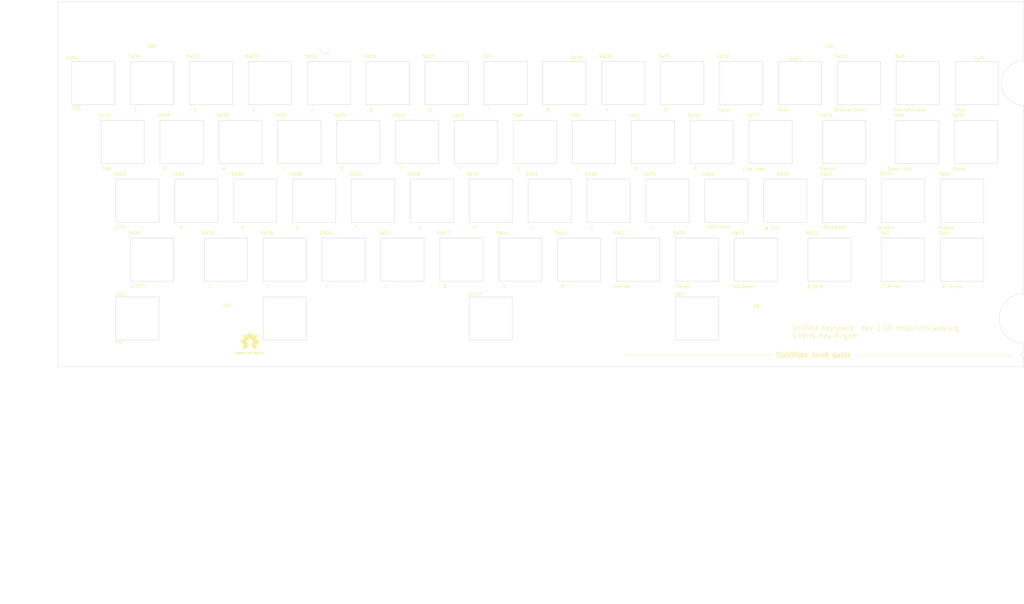
<source format=kicad_pcb>
(kicad_pcb (version 20171130) (host pcbnew "(5.1.6-0-10_14)")

  (general
    (thickness 1.6)
    (drawings 20)
    (tracks 0)
    (zones 0)
    (modules 74)
    (nets 1)
  )

  (page B)
  (title_block
    (title "Cherry Key aligner")
    (date 2020-07-25)
    (rev 1.10)
    (company OSIWeb.org)
  )

  (layers
    (0 F.Cu signal)
    (31 B.Cu signal)
    (32 B.Adhes user)
    (33 F.Adhes user)
    (34 B.Paste user)
    (35 F.Paste user)
    (36 B.SilkS user)
    (37 F.SilkS user)
    (38 B.Mask user)
    (39 F.Mask user)
    (40 Dwgs.User user)
    (41 Cmts.User user)
    (42 Eco1.User user)
    (43 Eco2.User user)
    (44 Edge.Cuts user)
    (45 Margin user)
    (46 B.CrtYd user)
    (47 F.CrtYd user)
    (48 B.Fab user)
    (49 F.Fab user)
  )

  (setup
    (last_trace_width 0.254)
    (user_trace_width 0.254)
    (user_trace_width 0.508)
    (user_trace_width 1.27)
    (trace_clearance 0.2)
    (zone_clearance 0.508)
    (zone_45_only no)
    (trace_min 0.2)
    (via_size 0.8128)
    (via_drill 0.4064)
    (via_min_size 0.4)
    (via_min_drill 0.3)
    (user_via 1.27 0.7112)
    (uvia_size 0.3048)
    (uvia_drill 0.1016)
    (uvias_allowed no)
    (uvia_min_size 0.2)
    (uvia_min_drill 0.1)
    (edge_width 0.05)
    (segment_width 0.2)
    (pcb_text_width 0.3)
    (pcb_text_size 1.5 1.5)
    (mod_edge_width 0.12)
    (mod_text_size 1 1)
    (mod_text_width 0.15)
    (pad_size 6.858 6.858)
    (pad_drill 6.858)
    (pad_to_mask_clearance 0)
    (aux_axis_origin 61.4172 179.1081)
    (grid_origin 62.1538 75.2602)
    (visible_elements 7FFFEFFF)
    (pcbplotparams
      (layerselection 0x010f0_ffffffff)
      (usegerberextensions false)
      (usegerberattributes false)
      (usegerberadvancedattributes false)
      (creategerberjobfile false)
      (excludeedgelayer true)
      (linewidth 0.100000)
      (plotframeref false)
      (viasonmask false)
      (mode 1)
      (useauxorigin false)
      (hpglpennumber 1)
      (hpglpenspeed 20)
      (hpglpendiameter 15.000000)
      (psnegative false)
      (psa4output false)
      (plotreference true)
      (plotvalue true)
      (plotinvisibletext false)
      (padsonsilk false)
      (subtractmaskfromsilk false)
      (outputformat 1)
      (mirror false)
      (drillshape 0)
      (scaleselection 1)
      (outputdirectory "outputs"))
  )

  (net 0 "")

  (net_class Default "This is the default net class."
    (clearance 0.2)
    (trace_width 0.254)
    (via_dia 0.8128)
    (via_drill 0.4064)
    (uvia_dia 0.3048)
    (uvia_drill 0.1016)
    (diff_pair_width 0.2032)
    (diff_pair_gap 0.254)
  )

  (net_class power1 ""
    (clearance 0.254)
    (trace_width 1.27)
    (via_dia 1.27)
    (via_drill 0.7112)
    (uvia_dia 0.3048)
    (uvia_drill 0.1016)
    (diff_pair_width 0.2032)
    (diff_pair_gap 0.254)
  )

  (net_class signal ""
    (clearance 0.2032)
    (trace_width 0.254)
    (via_dia 0.8128)
    (via_drill 0.4064)
    (uvia_dia 0.3048)
    (uvia_drill 0.1016)
    (diff_pair_width 0.2032)
    (diff_pair_gap 0.254)
  )

  (module unikbd:Key_MX_Aligner (layer F.Cu) (tedit 5F2062BA) (tstamp 5EE2E6D8)
    (at 335.06918 108.84916)
    (path /5BC3EA0A/5BCAF394)
    (fp_text reference SW9 (at -5.7912 -8.6106) (layer F.SilkS)
      (effects (font (size 1 1) (thickness 0.15)))
    )
    (fp_text value "Caps Lock" (at -5.7023 8.71982) (layer F.SilkS)
      (effects (font (size 1 1) (thickness 0.15)))
    )
    (fp_line (start -6.985 -6.9596) (end -6.985 7.0104) (layer Edge.Cuts) (width 0.12))
    (fp_line (start 6.985 7.0104) (end 6.985 -6.9596) (layer Edge.Cuts) (width 0.12))
    (fp_line (start -6.985 -6.9596) (end 6.985 -6.9596) (layer Edge.Cuts) (width 0.12))
    (fp_line (start -6.985 7.0104) (end 6.985 7.0104) (layer Edge.Cuts) (width 0.12))
  )

  (module unikbd:Key_MX_Aligner (layer F.Cu) (tedit 5F2062BA) (tstamp 5E0A154C)
    (at 82.85988 165.99916)
    (fp_text reference SW61 (at -5.0292 -7.7724) (layer F.SilkS)
      (effects (font (size 1 1) (thickness 0.15)))
    )
    (fp_text value FN (at -6.1214 7.7978) (layer F.SilkS)
      (effects (font (size 1 1) (thickness 0.15)))
    )
    (fp_line (start -6.985 -6.9596) (end -6.985 7.0104) (layer Edge.Cuts) (width 0.12))
    (fp_line (start 6.985 7.0104) (end 6.985 -6.9596) (layer Edge.Cuts) (width 0.12))
    (fp_line (start -6.985 -6.9596) (end 6.985 -6.9596) (layer Edge.Cuts) (width 0.12))
    (fp_line (start -6.985 7.0104) (end 6.985 7.0104) (layer Edge.Cuts) (width 0.12))
  )

  (module unikbd:Key_MX_Aligner (layer F.Cu) (tedit 5F2062BA) (tstamp 5D0F9D4F)
    (at 287.64738 108.84916)
    (path /5BC3EA0A/5BCAF39B)
    (fp_text reference SW17 (at -5.7912 -8.6106) (layer F.SilkS)
      (effects (font (size 1 1) (thickness 0.15)))
    )
    (fp_text value "Line Feed" (at -5.37464 8.79094) (layer F.SilkS)
      (effects (font (size 1 1) (thickness 0.15)))
    )
    (fp_line (start -6.985 -6.9596) (end -6.985 7.0104) (layer Edge.Cuts) (width 0.12))
    (fp_line (start 6.985 7.0104) (end 6.985 -6.9596) (layer Edge.Cuts) (width 0.12))
    (fp_line (start -6.985 -6.9596) (end 6.985 -6.9596) (layer Edge.Cuts) (width 0.12))
    (fp_line (start -6.985 7.0104) (end 6.985 7.0104) (layer Edge.Cuts) (width 0.12))
  )

  (module unikbd:Key_MX_Aligner (layer F.Cu) (tedit 5F2062BA) (tstamp 5D0FBBE7)
    (at 244.78488 146.94916)
    (path /5BC3E99D/5BC6CEDD)
    (fp_text reference SW37 (at -5.7912 -8.6106) (layer F.SilkS)
      (effects (font (size 1 1) (thickness 0.15)))
    )
    (fp_text value Comma (at -5.334 8.6614) (layer F.SilkS)
      (effects (font (size 1 1) (thickness 0.15)))
    )
    (fp_line (start -6.985 -6.9596) (end -6.985 7.0104) (layer Edge.Cuts) (width 0.12))
    (fp_line (start 6.985 7.0104) (end 6.985 -6.9596) (layer Edge.Cuts) (width 0.12))
    (fp_line (start -6.985 -6.9596) (end 6.985 -6.9596) (layer Edge.Cuts) (width 0.12))
    (fp_line (start -6.985 7.0104) (end 6.985 7.0104) (layer Edge.Cuts) (width 0.12))
  )

  (module unikbd:Key_MX_Aligner locked (layer F.Cu) (tedit 5F2062BA) (tstamp 5D0D7CEF)
    (at 87.62238 89.79916)
    (path /5BC3EA0A/5BCAF489)
    (fp_text reference SW31 (at -5.7912 -8.6106) (layer F.SilkS)
      (effects (font (size 1 1) (thickness 0.15)))
    )
    (fp_text value 1 (at -5.334 8.6614) (layer F.SilkS)
      (effects (font (size 1 1) (thickness 0.15)))
    )
    (fp_line (start -6.985 -6.9596) (end -6.985 7.0104) (layer Edge.Cuts) (width 0.12))
    (fp_line (start 6.985 7.0104) (end 6.985 -6.9596) (layer Edge.Cuts) (width 0.12))
    (fp_line (start -6.985 -6.9596) (end 6.985 -6.9596) (layer Edge.Cuts) (width 0.12))
    (fp_line (start -6.985 7.0104) (end 6.985 7.0104) (layer Edge.Cuts) (width 0.12))
  )

  (module unikbd:Key_MX_Aligner locked (layer F.Cu) (tedit 5F2062BA) (tstamp 5D0D7CDF)
    (at 220.97238 89.79916)
    (path /5BC3EA0A/5BCAF419)
    (fp_text reference SW30 (at 3.91922 -8.21436) (layer F.SilkS)
      (effects (font (size 1 1) (thickness 0.15)))
    )
    (fp_text value 8 (at -5.334 8.6614) (layer F.SilkS)
      (effects (font (size 1 1) (thickness 0.15)))
    )
    (fp_line (start -6.985 -6.9596) (end -6.985 7.0104) (layer Edge.Cuts) (width 0.12))
    (fp_line (start 6.985 7.0104) (end 6.985 -6.9596) (layer Edge.Cuts) (width 0.12))
    (fp_line (start -6.985 -6.9596) (end 6.985 -6.9596) (layer Edge.Cuts) (width 0.12))
    (fp_line (start -6.985 7.0104) (end 6.985 7.0104) (layer Edge.Cuts) (width 0.12))
  )

  (module unikbd:Key_MX_Aligner (layer F.Cu) (tedit 5F2062BA) (tstamp 5D633EAE)
    (at 263.83488 146.94916)
    (path /5BC3EA0A/5BCAF3A9)
    (fp_text reference SW29 (at -5.7912 -8.6106) (layer F.SilkS)
      (effects (font (size 1 1) (thickness 0.15)))
    )
    (fp_text value Period (at -4.38658 8.6614) (layer F.SilkS)
      (effects (font (size 1 1) (thickness 0.15)))
    )
    (fp_line (start -6.985 -6.9596) (end -6.985 7.0104) (layer Edge.Cuts) (width 0.12))
    (fp_line (start 6.985 7.0104) (end 6.985 -6.9596) (layer Edge.Cuts) (width 0.12))
    (fp_line (start -6.985 -6.9596) (end 6.985 -6.9596) (layer Edge.Cuts) (width 0.12))
    (fp_line (start -6.985 7.0104) (end 6.985 7.0104) (layer Edge.Cuts) (width 0.12))
  )

  (module unikbd:Key_MX_Aligner (layer F.Cu) (tedit 5F2062BA) (tstamp 5D0F9EDE)
    (at 116.19738 108.84916)
    (path /5BC3EA0A/5BCAF339)
    (fp_text reference SW28 (at -5.7912 -8.6106) (layer F.SilkS)
      (effects (font (size 1 1) (thickness 0.15)))
    )
    (fp_text value W (at -5.334 8.6614) (layer F.SilkS)
      (effects (font (size 1 1) (thickness 0.15)))
    )
    (fp_line (start -6.985 -6.9596) (end -6.985 7.0104) (layer Edge.Cuts) (width 0.12))
    (fp_line (start 6.985 7.0104) (end 6.985 -6.9596) (layer Edge.Cuts) (width 0.12))
    (fp_line (start -6.985 -6.9596) (end 6.985 -6.9596) (layer Edge.Cuts) (width 0.12))
    (fp_line (start -6.985 7.0104) (end 6.985 7.0104) (layer Edge.Cuts) (width 0.12))
  )

  (module unikbd:Key_MX_Aligner locked (layer F.Cu) (tedit 5F2062BA) (tstamp 5D0D7CAF)
    (at 106.67238 89.79916)
    (path /5BC3EA0A/5BCAF490)
    (fp_text reference SW27 (at -5.7912 -8.6106) (layer F.SilkS)
      (effects (font (size 1 1) (thickness 0.15)))
    )
    (fp_text value 2 (at -5.334 8.6614) (layer F.SilkS)
      (effects (font (size 1 1) (thickness 0.15)))
    )
    (fp_line (start -6.985 -6.9596) (end -6.985 7.0104) (layer Edge.Cuts) (width 0.12))
    (fp_line (start 6.985 7.0104) (end 6.985 -6.9596) (layer Edge.Cuts) (width 0.12))
    (fp_line (start -6.985 -6.9596) (end 6.985 -6.9596) (layer Edge.Cuts) (width 0.12))
    (fp_line (start -6.985 7.0104) (end 6.985 7.0104) (layer Edge.Cuts) (width 0.12))
  )

  (module unikbd:Key_MX_Aligner locked (layer F.Cu) (tedit 5F2062BA) (tstamp 5D0D7C9F)
    (at 240.02238 89.79916)
    (path /5BC3EA0A/5BCAF420)
    (fp_text reference SW26 (at -5.7912 -8.6106) (layer F.SilkS)
      (effects (font (size 1 1) (thickness 0.15)))
    )
    (fp_text value 9 (at -5.334 8.6614) (layer F.SilkS)
      (effects (font (size 1 1) (thickness 0.15)))
    )
    (fp_line (start -6.985 -6.9596) (end -6.985 7.0104) (layer Edge.Cuts) (width 0.12))
    (fp_line (start 6.985 7.0104) (end 6.985 -6.9596) (layer Edge.Cuts) (width 0.12))
    (fp_line (start -6.985 -6.9596) (end 6.985 -6.9596) (layer Edge.Cuts) (width 0.12))
    (fp_line (start -6.985 7.0104) (end 6.985 7.0104) (layer Edge.Cuts) (width 0.12))
  )

  (module unikbd:Key_MX_Aligner (layer F.Cu) (tedit 5F2062BA) (tstamp 5D0FAB87)
    (at 254.30988 127.89916)
    (path /5BC3EA0A/5BCAF3B0)
    (fp_text reference SW25 (at -5.7912 -8.6106) (layer F.SilkS)
      (effects (font (size 1 1) (thickness 0.15)))
    )
    (fp_text value L (at -5.334 8.6614) (layer F.SilkS)
      (effects (font (size 1 1) (thickness 0.15)))
    )
    (fp_line (start -6.985 -6.9596) (end -6.985 7.0104) (layer Edge.Cuts) (width 0.12))
    (fp_line (start 6.985 7.0104) (end 6.985 -6.9596) (layer Edge.Cuts) (width 0.12))
    (fp_line (start -6.985 -6.9596) (end 6.985 -6.9596) (layer Edge.Cuts) (width 0.12))
    (fp_line (start -6.985 7.0104) (end 6.985 7.0104) (layer Edge.Cuts) (width 0.12))
  )

  (module unikbd:Key_MX_Aligner (layer F.Cu) (tedit 5F2062BA) (tstamp 5D0F9EA5)
    (at 135.24738 108.84916)
    (path /5BC3EA0A/5BCAF340)
    (fp_text reference SW24 (at -5.7912 -8.6106) (layer F.SilkS)
      (effects (font (size 1 1) (thickness 0.15)))
    )
    (fp_text value E (at -5.334 8.6614) (layer F.SilkS)
      (effects (font (size 1 1) (thickness 0.15)))
    )
    (fp_line (start -6.985 -6.9596) (end -6.985 7.0104) (layer Edge.Cuts) (width 0.12))
    (fp_line (start 6.985 7.0104) (end 6.985 -6.9596) (layer Edge.Cuts) (width 0.12))
    (fp_line (start -6.985 -6.9596) (end 6.985 -6.9596) (layer Edge.Cuts) (width 0.12))
    (fp_line (start -6.985 7.0104) (end 6.985 7.0104) (layer Edge.Cuts) (width 0.12))
  )

  (module unikbd:Key_MX_Aligner locked (layer F.Cu) (tedit 5F2062BA) (tstamp 5D0D7C6F)
    (at 125.72238 89.79916)
    (path /5BC3EA0A/5BCAF482)
    (fp_text reference SW23 (at -5.7912 -8.6106) (layer F.SilkS)
      (effects (font (size 1 1) (thickness 0.15)))
    )
    (fp_text value 3 (at -5.334 8.6614) (layer F.SilkS)
      (effects (font (size 1 1) (thickness 0.15)))
    )
    (fp_line (start -6.985 -6.9596) (end -6.985 7.0104) (layer Edge.Cuts) (width 0.12))
    (fp_line (start 6.985 7.0104) (end 6.985 -6.9596) (layer Edge.Cuts) (width 0.12))
    (fp_line (start -6.985 -6.9596) (end 6.985 -6.9596) (layer Edge.Cuts) (width 0.12))
    (fp_line (start -6.985 7.0104) (end 6.985 7.0104) (layer Edge.Cuts) (width 0.12))
  )

  (module unikbd:Key_MX_Aligner (layer F.Cu) (tedit 5F2062BA) (tstamp 5D633858)
    (at 249.54738 108.84916)
    (path /5BC3EA0A/5BCAF412)
    (fp_text reference SW22 (at -5.7912 -8.6106) (layer F.SilkS)
      (effects (font (size 1 1) (thickness 0.15)))
    )
    (fp_text value 0 (at -5.334 8.6614) (layer F.SilkS)
      (effects (font (size 1 1) (thickness 0.15)))
    )
    (fp_line (start -6.985 -6.9596) (end -6.985 7.0104) (layer Edge.Cuts) (width 0.12))
    (fp_line (start 6.985 7.0104) (end 6.985 -6.9596) (layer Edge.Cuts) (width 0.12))
    (fp_line (start -6.985 -6.9596) (end 6.985 -6.9596) (layer Edge.Cuts) (width 0.12))
    (fp_line (start -6.985 7.0104) (end 6.985 7.0104) (layer Edge.Cuts) (width 0.12))
  )

  (module unikbd:Key_MX_Aligner locked (layer F.Cu) (tedit 5F2062BA) (tstamp 5D0D7C4F)
    (at 259.07238 89.79916)
    (path /5BC3EA0A/5BCAF3A2)
    (fp_text reference SW21 (at -5.7912 -8.6106) (layer F.SilkS)
      (effects (font (size 1 1) (thickness 0.15)))
    )
    (fp_text value O (at -5.334 8.6614) (layer F.SilkS)
      (effects (font (size 1 1) (thickness 0.15)))
    )
    (fp_line (start -6.985 -6.9596) (end -6.985 7.0104) (layer Edge.Cuts) (width 0.12))
    (fp_line (start 6.985 7.0104) (end 6.985 -6.9596) (layer Edge.Cuts) (width 0.12))
    (fp_line (start -6.985 -6.9596) (end 6.985 -6.9596) (layer Edge.Cuts) (width 0.12))
    (fp_line (start -6.985 7.0104) (end 6.985 7.0104) (layer Edge.Cuts) (width 0.12))
  )

  (module unikbd:Key_MX_Aligner (layer F.Cu) (tedit 5F2062BA) (tstamp 5D0F9E6C)
    (at 154.29738 108.84916)
    (path /5BC3EA0A/5BCAF332)
    (fp_text reference SW20 (at -5.7912 -8.6106) (layer F.SilkS)
      (effects (font (size 1 1) (thickness 0.15)))
    )
    (fp_text value R (at -5.334 8.6614) (layer F.SilkS)
      (effects (font (size 1 1) (thickness 0.15)))
    )
    (fp_line (start -6.985 -6.9596) (end -6.985 7.0104) (layer Edge.Cuts) (width 0.12))
    (fp_line (start 6.985 7.0104) (end 6.985 -6.9596) (layer Edge.Cuts) (width 0.12))
    (fp_line (start -6.985 -6.9596) (end 6.985 -6.9596) (layer Edge.Cuts) (width 0.12))
    (fp_line (start -6.985 7.0104) (end 6.985 7.0104) (layer Edge.Cuts) (width 0.12))
  )

  (module unikbd:Key_MX_Aligner locked (layer F.Cu) (tedit 5F2062BA) (tstamp 5D0D7C2F)
    (at 144.77238 89.79916)
    (path /5BC3EA0A/5BCAF47B)
    (fp_text reference SW19 (at -5.7912 -8.6106) (layer F.SilkS)
      (effects (font (size 1 1) (thickness 0.15)))
    )
    (fp_text value 4 (at -5.334 8.6614) (layer F.SilkS)
      (effects (font (size 1 1) (thickness 0.15)))
    )
    (fp_line (start -6.985 -6.9596) (end -6.985 7.0104) (layer Edge.Cuts) (width 0.12))
    (fp_line (start 6.985 7.0104) (end 6.985 -6.9596) (layer Edge.Cuts) (width 0.12))
    (fp_line (start -6.985 -6.9596) (end 6.985 -6.9596) (layer Edge.Cuts) (width 0.12))
    (fp_line (start -6.985 7.0104) (end 6.985 7.0104) (layer Edge.Cuts) (width 0.12))
  )

  (module unikbd:Key_MX_Aligner locked (layer F.Cu) (tedit 5F2062BA) (tstamp 5D0D7C1F)
    (at 278.12238 89.79916)
    (path /5BC3EA0A/5BCAF40B)
    (fp_text reference SW18 (at -5.7912 -8.6106) (layer F.SilkS)
      (effects (font (size 1 1) (thickness 0.15)))
    )
    (fp_text value Colon (at -5.334 8.6614) (layer F.SilkS)
      (effects (font (size 1 1) (thickness 0.15)))
    )
    (fp_line (start -6.985 -6.9596) (end -6.985 7.0104) (layer Edge.Cuts) (width 0.12))
    (fp_line (start 6.985 7.0104) (end 6.985 -6.9596) (layer Edge.Cuts) (width 0.12))
    (fp_line (start -6.985 -6.9596) (end 6.985 -6.9596) (layer Edge.Cuts) (width 0.12))
    (fp_line (start -6.985 7.0104) (end 6.985 7.0104) (layer Edge.Cuts) (width 0.12))
  )

  (module unikbd:Key_MX_Aligner (layer F.Cu) (tedit 5F2062BA) (tstamp 5D0F9D88)
    (at 173.34738 108.84916)
    (path /5BC3EA0A/5BCAF32B)
    (fp_text reference SW16 (at -5.7912 -8.6106) (layer F.SilkS)
      (effects (font (size 1 1) (thickness 0.15)))
    )
    (fp_text value T (at -5.334 8.6614) (layer F.SilkS)
      (effects (font (size 1 1) (thickness 0.15)))
    )
    (fp_line (start -6.985 -6.9596) (end -6.985 7.0104) (layer Edge.Cuts) (width 0.12))
    (fp_line (start 6.985 7.0104) (end 6.985 -6.9596) (layer Edge.Cuts) (width 0.12))
    (fp_line (start -6.985 -6.9596) (end 6.985 -6.9596) (layer Edge.Cuts) (width 0.12))
    (fp_line (start -6.985 7.0104) (end 6.985 7.0104) (layer Edge.Cuts) (width 0.12))
  )

  (module unikbd:Key_MX_Aligner locked (layer F.Cu) (tedit 5F2062BA) (tstamp 5D0D7BEF)
    (at 163.82238 89.79916)
    (path /5BC3EA0A/5BCAF46D)
    (fp_text reference SW15 (at -5.7912 -8.6106) (layer F.SilkS)
      (effects (font (size 1 1) (thickness 0.15)))
    )
    (fp_text value 5 (at -5.334 8.6614) (layer F.SilkS)
      (effects (font (size 1 1) (thickness 0.15)))
    )
    (fp_line (start -6.985 -6.9596) (end -6.985 7.0104) (layer Edge.Cuts) (width 0.12))
    (fp_line (start 6.985 7.0104) (end 6.985 -6.9596) (layer Edge.Cuts) (width 0.12))
    (fp_line (start -6.985 -6.9596) (end 6.985 -6.9596) (layer Edge.Cuts) (width 0.12))
    (fp_line (start -6.985 7.0104) (end 6.985 7.0104) (layer Edge.Cuts) (width 0.12))
  )

  (module unikbd:Key_MX_Aligner locked (layer F.Cu) (tedit 5F2062BA) (tstamp 5D0D7BDF)
    (at 297.17238 89.79916)
    (path /5BC3EA0A/5BCAF3FD)
    (fp_text reference SW14 (at -1.33858 -7.85876) (layer F.SilkS)
      (effects (font (size 1 1) (thickness 0.15)))
    )
    (fp_text value Dash (at -5.334 8.6614) (layer F.SilkS)
      (effects (font (size 1 1) (thickness 0.15)))
    )
    (fp_line (start -6.985 -6.9596) (end -6.985 7.0104) (layer Edge.Cuts) (width 0.12))
    (fp_line (start 6.985 7.0104) (end 6.985 -6.9596) (layer Edge.Cuts) (width 0.12))
    (fp_line (start -6.985 -6.9596) (end 6.985 -6.9596) (layer Edge.Cuts) (width 0.12))
    (fp_line (start -6.985 7.0104) (end 6.985 7.0104) (layer Edge.Cuts) (width 0.12))
  )

  (module unikbd:Key_MX_Aligner (layer F.Cu) (tedit 5F2062BA) (tstamp 5EE2E6FC)
    (at 311.45988 108.84916)
    (path /5BC3EA0A/5BCAF38D)
    (fp_text reference SW13 (at -5.7912 -8.6106) (layer F.SilkS)
      (effects (font (size 1 1) (thickness 0.15)))
    )
    (fp_text value Return (at -5.334 8.6614) (layer F.SilkS)
      (effects (font (size 1 1) (thickness 0.15)))
    )
    (fp_line (start -6.985 -6.9596) (end -6.985 7.0104) (layer Edge.Cuts) (width 0.12))
    (fp_line (start 6.985 7.0104) (end 6.985 -6.9596) (layer Edge.Cuts) (width 0.12))
    (fp_line (start -6.985 -6.9596) (end 6.985 -6.9596) (layer Edge.Cuts) (width 0.12))
    (fp_line (start -6.985 7.0104) (end 6.985 7.0104) (layer Edge.Cuts) (width 0.12))
  )

  (module unikbd:Key_MX_Aligner (layer F.Cu) (tedit 5F2062BA) (tstamp 5D0F9DFA)
    (at 192.39738 108.84916)
    (path /5BC3EA0A/5BCAF31D)
    (fp_text reference SW12 (at -5.7912 -8.6106) (layer F.SilkS)
      (effects (font (size 1 1) (thickness 0.15)))
    )
    (fp_text value Y (at -5.334 8.6614) (layer F.SilkS)
      (effects (font (size 1 1) (thickness 0.15)))
    )
    (fp_line (start -6.985 -6.9596) (end -6.985 7.0104) (layer Edge.Cuts) (width 0.12))
    (fp_line (start 6.985 7.0104) (end 6.985 -6.9596) (layer Edge.Cuts) (width 0.12))
    (fp_line (start -6.985 -6.9596) (end 6.985 -6.9596) (layer Edge.Cuts) (width 0.12))
    (fp_line (start -6.985 7.0104) (end 6.985 7.0104) (layer Edge.Cuts) (width 0.12))
  )

  (module unikbd:Key_MX_Aligner locked (layer F.Cu) (tedit 5F2062BA) (tstamp 5D0D7BAF)
    (at 182.87238 89.79916)
    (path /5BC3EA0A/5BCAF474)
    (fp_text reference SW11 (at -5.7912 -8.6106) (layer F.SilkS)
      (effects (font (size 1 1) (thickness 0.15)))
    )
    (fp_text value 6 (at -5.334 8.6614) (layer F.SilkS)
      (effects (font (size 1 1) (thickness 0.15)))
    )
    (fp_line (start -6.985 -6.9596) (end -6.985 7.0104) (layer Edge.Cuts) (width 0.12))
    (fp_line (start 6.985 7.0104) (end 6.985 -6.9596) (layer Edge.Cuts) (width 0.12))
    (fp_line (start -6.985 -6.9596) (end 6.985 -6.9596) (layer Edge.Cuts) (width 0.12))
    (fp_line (start -6.985 7.0104) (end 6.985 7.0104) (layer Edge.Cuts) (width 0.12))
  )

  (module unikbd:Key_MX_Aligner locked (layer F.Cu) (tedit 5F2062BA) (tstamp 5D105DE3)
    (at 316.22238 89.79916)
    (path /5BC3EA0A/5BCAF404)
    (fp_text reference SW10 (at -5.7912 -8.6106) (layer F.SilkS)
      (effects (font (size 1 1) (thickness 0.15)))
    )
    (fp_text value Bracket_Open (at -2.794 8.6614) (layer F.SilkS)
      (effects (font (size 1 1) (thickness 0.15)))
    )
    (fp_line (start -6.985 -6.9596) (end -6.985 7.0104) (layer Edge.Cuts) (width 0.12))
    (fp_line (start 6.985 7.0104) (end 6.985 -6.9596) (layer Edge.Cuts) (width 0.12))
    (fp_line (start -6.985 -6.9596) (end 6.985 -6.9596) (layer Edge.Cuts) (width 0.12))
    (fp_line (start -6.985 7.0104) (end 6.985 7.0104) (layer Edge.Cuts) (width 0.12))
  )

  (module unikbd:Key_MX_Aligner (layer F.Cu) (tedit 5F2062BA) (tstamp 5D0F9DC1)
    (at 211.44738 108.84916)
    (path /5BC3EA0A/5BCAF324)
    (fp_text reference SW8 (at -5.7912 -8.6106) (layer F.SilkS)
      (effects (font (size 1 1) (thickness 0.15)))
    )
    (fp_text value U (at -5.334 8.6614) (layer F.SilkS)
      (effects (font (size 1 1) (thickness 0.15)))
    )
    (fp_line (start -6.985 -6.9596) (end -6.985 7.0104) (layer Edge.Cuts) (width 0.12))
    (fp_line (start 6.985 7.0104) (end 6.985 -6.9596) (layer Edge.Cuts) (width 0.12))
    (fp_line (start -6.985 -6.9596) (end 6.985 -6.9596) (layer Edge.Cuts) (width 0.12))
    (fp_line (start -6.985 7.0104) (end 6.985 7.0104) (layer Edge.Cuts) (width 0.12))
  )

  (module unikbd:Key_MX_Aligner (layer F.Cu) (tedit 5F2062BA) (tstamp 5D0D7B6F)
    (at 201.92238 89.79916)
    (path /5BC3EA0A/5BCAF466)
    (fp_text reference SW7 (at -5.7912 -8.6106) (layer F.SilkS)
      (effects (font (size 1 1) (thickness 0.15)))
    )
    (fp_text value 7 (at -5.334 8.6614) (layer F.SilkS)
      (effects (font (size 1 1) (thickness 0.15)))
    )
    (fp_line (start -6.985 -6.9596) (end -6.985 7.0104) (layer Edge.Cuts) (width 0.12))
    (fp_line (start 6.985 7.0104) (end 6.985 -6.9596) (layer Edge.Cuts) (width 0.12))
    (fp_line (start -6.985 -6.9596) (end 6.985 -6.9596) (layer Edge.Cuts) (width 0.12))
    (fp_line (start -6.985 7.0104) (end 6.985 7.0104) (layer Edge.Cuts) (width 0.12))
  )

  (module unikbd:Key_MX_Aligner locked (layer F.Cu) (tedit 5F2062BA) (tstamp 5D105E93)
    (at 335.27238 89.79916)
    (path /5BC3EA0A/5BCAF3F6)
    (fp_text reference SW6 (at -5.7912 -8.6106) (layer F.SilkS)
      (effects (font (size 1 1) (thickness 0.15)))
    )
    (fp_text value Bracket_Close (at -2.794 8.6614) (layer F.SilkS)
      (effects (font (size 1 1) (thickness 0.15)))
    )
    (fp_line (start -6.985 -6.9596) (end -6.985 7.0104) (layer Edge.Cuts) (width 0.12))
    (fp_line (start 6.985 7.0104) (end 6.985 -6.9596) (layer Edge.Cuts) (width 0.12))
    (fp_line (start -6.985 -6.9596) (end 6.985 -6.9596) (layer Edge.Cuts) (width 0.12))
    (fp_line (start -6.985 7.0104) (end 6.985 7.0104) (layer Edge.Cuts) (width 0.12))
  )

  (module unikbd:Key_MX_Aligner (layer F.Cu) (tedit 5F2062BA) (tstamp 5D0F200E)
    (at 349.55988 127.89916)
    (path /5BC3EA0A/5BCAF386)
    (fp_text reference SW5 (at -5.7912 -8.6106) (layer F.SilkS)
      (effects (font (size 1 1) (thickness 0.15)))
    )
    (fp_text value Repeat (at -5.334 8.6614) (layer F.SilkS)
      (effects (font (size 1 1) (thickness 0.15)))
    )
    (fp_line (start -6.985 -6.9596) (end -6.985 7.0104) (layer Edge.Cuts) (width 0.12))
    (fp_line (start 6.985 7.0104) (end 6.985 -6.9596) (layer Edge.Cuts) (width 0.12))
    (fp_line (start -6.985 -6.9596) (end 6.985 -6.9596) (layer Edge.Cuts) (width 0.12))
    (fp_line (start -6.985 7.0104) (end 6.985 7.0104) (layer Edge.Cuts) (width 0.12))
  )

  (module unikbd:Key_MX_Aligner (layer F.Cu) (tedit 5F2062BA) (tstamp 5D0F9D16)
    (at 230.49738 108.84916)
    (path /5BC3EA0A/5BCAF316)
    (fp_text reference SW4 (at -5.7912 -8.6106) (layer F.SilkS)
      (effects (font (size 1 1) (thickness 0.15)))
    )
    (fp_text value I (at -5.334 8.6614) (layer F.SilkS)
      (effects (font (size 1 1) (thickness 0.15)))
    )
    (fp_line (start -6.985 -6.9596) (end -6.985 7.0104) (layer Edge.Cuts) (width 0.12))
    (fp_line (start 6.985 7.0104) (end 6.985 -6.9596) (layer Edge.Cuts) (width 0.12))
    (fp_line (start -6.985 -6.9596) (end 6.985 -6.9596) (layer Edge.Cuts) (width 0.12))
    (fp_line (start -6.985 7.0104) (end 6.985 7.0104) (layer Edge.Cuts) (width 0.12))
  )

  (module unikbd:Key_MX_Aligner locked (layer F.Cu) (tedit 5F2062BA) (tstamp 5D0D7B1F)
    (at 354.32238 89.79916)
    (path /5BC3EA0A/5BCAF3EF)
    (fp_text reference SW3 (at 0.56642 -7.96036) (layer F.SilkS)
      (effects (font (size 1 1) (thickness 0.15)))
    )
    (fp_text value Tilde (at -5.334 8.6614) (layer F.SilkS)
      (effects (font (size 1 1) (thickness 0.15)))
    )
    (fp_line (start -6.985 -6.9596) (end -6.985 7.0104) (layer Edge.Cuts) (width 0.12))
    (fp_line (start 6.985 7.0104) (end 6.985 -6.9596) (layer Edge.Cuts) (width 0.12))
    (fp_line (start -6.985 -6.9596) (end 6.985 -6.9596) (layer Edge.Cuts) (width 0.12))
    (fp_line (start -6.985 7.0104) (end 6.985 7.0104) (layer Edge.Cuts) (width 0.12))
  )

  (module unikbd:Key_MX_Aligner (layer F.Cu) (tedit 5F2062BA) (tstamp 5D0F6109)
    (at 330.50988 146.94916)
    (path /5BC3EA0A/5BCAF37F)
    (fp_text reference SW2 (at -5.7912 -8.6106) (layer F.SilkS)
      (effects (font (size 1 1) (thickness 0.15)))
    )
    (fp_text value "LT Arrow" (at -4.15798 8.60044) (layer F.SilkS)
      (effects (font (size 1 1) (thickness 0.15)))
    )
    (fp_line (start -6.985 -6.9596) (end -6.985 7.0104) (layer Edge.Cuts) (width 0.12))
    (fp_line (start 6.985 7.0104) (end 6.985 -6.9596) (layer Edge.Cuts) (width 0.12))
    (fp_line (start -6.985 -6.9596) (end 6.985 -6.9596) (layer Edge.Cuts) (width 0.12))
    (fp_line (start -6.985 7.0104) (end 6.985 7.0104) (layer Edge.Cuts) (width 0.12))
  )

  (module unikbd:Key_MX_Aligner (layer F.Cu) (tedit 5F2062BA) (tstamp 5D0FAB4E)
    (at 120.95988 127.89916)
    (path /5BC3E99D/5BC6D0D0)
    (fp_text reference SW60 (at -5.7912 -8.6106) (layer F.SilkS)
      (effects (font (size 1 1) (thickness 0.15)))
    )
    (fp_text value S (at -4.13258 8.62584) (layer F.SilkS)
      (effects (font (size 1 1) (thickness 0.15)))
    )
    (fp_line (start -6.985 -6.9596) (end -6.985 7.0104) (layer Edge.Cuts) (width 0.12))
    (fp_line (start 6.985 7.0104) (end 6.985 -6.9596) (layer Edge.Cuts) (width 0.12))
    (fp_line (start -6.985 -6.9596) (end 6.985 -6.9596) (layer Edge.Cuts) (width 0.12))
    (fp_line (start -6.985 7.0104) (end 6.985 7.0104) (layer Edge.Cuts) (width 0.12))
  )

  (module unikbd:Key_MX_Aligner (layer F.Cu) (tedit 5F2062BA) (tstamp 5D0FB692)
    (at 130.48488 146.94916)
    (path /5BC3E99D/5BC6CF00)
    (fp_text reference SW59 (at -5.7912 -8.6106) (layer F.SilkS)
      (effects (font (size 1 1) (thickness 0.15)))
    )
    (fp_text value X (at -5.334 8.6614) (layer F.SilkS)
      (effects (font (size 1 1) (thickness 0.15)))
    )
    (fp_line (start -6.985 -6.9596) (end -6.985 7.0104) (layer Edge.Cuts) (width 0.12))
    (fp_line (start 6.985 7.0104) (end 6.985 -6.9596) (layer Edge.Cuts) (width 0.12))
    (fp_line (start -6.985 -6.9596) (end 6.985 -6.9596) (layer Edge.Cuts) (width 0.12))
    (fp_line (start -6.985 7.0104) (end 6.985 7.0104) (layer Edge.Cuts) (width 0.12))
  )

  (module unikbd:Key_MX_Aligner (layer F.Cu) (tedit 5F2062BA) (tstamp 5D0F9CDD)
    (at 97.14738 108.84916)
    (path /5BC3E99D/5BC6CD80)
    (fp_text reference SW58 (at -5.7912 -8.6106) (layer F.SilkS)
      (effects (font (size 1 1) (thickness 0.15)))
    )
    (fp_text value Q (at -5.334 8.6614) (layer F.SilkS)
      (effects (font (size 1 1) (thickness 0.15)))
    )
    (fp_line (start -6.985 -6.9596) (end -6.985 7.0104) (layer Edge.Cuts) (width 0.12))
    (fp_line (start 6.985 7.0104) (end 6.985 -6.9596) (layer Edge.Cuts) (width 0.12))
    (fp_line (start -6.985 -6.9596) (end 6.985 -6.9596) (layer Edge.Cuts) (width 0.12))
    (fp_line (start -6.985 7.0104) (end 6.985 7.0104) (layer Edge.Cuts) (width 0.12))
  )

  (module unikbd:Key_MX_Aligner (layer F.Cu) (tedit 5F2062BA) (tstamp 5D633B5C)
    (at 311.45988 127.89916)
    (path /5BC3E99D/5BC3FF70)
    (fp_text reference SW57 (at -5.7912 -8.6106) (layer F.SilkS)
      (effects (font (size 1 1) (thickness 0.15)))
    )
    (fp_text value Backslash (at -3.04038 8.52424) (layer F.SilkS)
      (effects (font (size 1 1) (thickness 0.15)))
    )
    (fp_line (start -6.985 -6.9596) (end -6.985 7.0104) (layer Edge.Cuts) (width 0.12))
    (fp_line (start 6.985 7.0104) (end 6.985 -6.9596) (layer Edge.Cuts) (width 0.12))
    (fp_line (start -6.985 -6.9596) (end 6.985 -6.9596) (layer Edge.Cuts) (width 0.12))
    (fp_line (start -6.985 7.0104) (end 6.985 7.0104) (layer Edge.Cuts) (width 0.12))
  )

  (module unikbd:Key_MX_Aligner (layer F.Cu) (tedit 5F2062BA) (tstamp 5D0FAB15)
    (at 140.00988 127.89916)
    (path /5BC3E99D/5BC6D0D7)
    (fp_text reference SW56 (at -5.7912 -8.6106) (layer F.SilkS)
      (effects (font (size 1 1) (thickness 0.15)))
    )
    (fp_text value D (at -5.334 8.6614) (layer F.SilkS)
      (effects (font (size 1 1) (thickness 0.15)))
    )
    (fp_line (start -6.985 -6.9596) (end -6.985 7.0104) (layer Edge.Cuts) (width 0.12))
    (fp_line (start 6.985 7.0104) (end 6.985 -6.9596) (layer Edge.Cuts) (width 0.12))
    (fp_line (start -6.985 -6.9596) (end 6.985 -6.9596) (layer Edge.Cuts) (width 0.12))
    (fp_line (start -6.985 7.0104) (end 6.985 7.0104) (layer Edge.Cuts) (width 0.12))
  )

  (module unikbd:Key_MX_Aligner (layer F.Cu) (tedit 5F2062BA) (tstamp 5D0FB659)
    (at 149.53488 146.94916)
    (path /5BC3E99D/5BC6CF07)
    (fp_text reference SW55 (at -5.7912 -8.6106) (layer F.SilkS)
      (effects (font (size 1 1) (thickness 0.15)))
    )
    (fp_text value C (at -5.334 8.6614) (layer F.SilkS)
      (effects (font (size 1 1) (thickness 0.15)))
    )
    (fp_line (start -6.985 -6.9596) (end -6.985 7.0104) (layer Edge.Cuts) (width 0.12))
    (fp_line (start 6.985 7.0104) (end 6.985 -6.9596) (layer Edge.Cuts) (width 0.12))
    (fp_line (start -6.985 -6.9596) (end 6.985 -6.9596) (layer Edge.Cuts) (width 0.12))
    (fp_line (start -6.985 7.0104) (end 6.985 7.0104) (layer Edge.Cuts) (width 0.12))
  )

  (module unikbd:Key_MX_Aligner (layer F.Cu) (tedit 5F2062BA) (tstamp 5D0FAADC)
    (at 101.90988 127.89916)
    (path /5BC3E99D/5BC6CD87)
    (fp_text reference SW54 (at -5.7912 -8.6106) (layer F.SilkS)
      (effects (font (size 1 1) (thickness 0.15)))
    )
    (fp_text value A (at -4.89458 8.62584) (layer F.SilkS)
      (effects (font (size 1 1) (thickness 0.15)))
    )
    (fp_line (start -6.985 -6.9596) (end -6.985 7.0104) (layer Edge.Cuts) (width 0.12))
    (fp_line (start 6.985 7.0104) (end 6.985 -6.9596) (layer Edge.Cuts) (width 0.12))
    (fp_line (start -6.985 -6.9596) (end 6.985 -6.9596) (layer Edge.Cuts) (width 0.12))
    (fp_line (start -6.985 7.0104) (end 6.985 7.0104) (layer Edge.Cuts) (width 0.12))
  )

  (module unikbd:Key_MX_Aligner (layer F.Cu) (tedit 5F2062BA) (tstamp 5D0FAF44)
    (at 82.85988 127.89916)
    (path /5BC3E99D/5BC3FF77)
    (fp_text reference SW53 (at -5.7912 -8.6106) (layer F.SilkS)
      (effects (font (size 1 1) (thickness 0.15)))
    )
    (fp_text value CTRL (at -5.334 8.6614) (layer F.SilkS)
      (effects (font (size 1 1) (thickness 0.15)))
    )
    (fp_line (start -6.985 -6.9596) (end -6.985 7.0104) (layer Edge.Cuts) (width 0.12))
    (fp_line (start 6.985 7.0104) (end 6.985 -6.9596) (layer Edge.Cuts) (width 0.12))
    (fp_line (start -6.985 -6.9596) (end 6.985 -6.9596) (layer Edge.Cuts) (width 0.12))
    (fp_line (start -6.985 7.0104) (end 6.985 7.0104) (layer Edge.Cuts) (width 0.12))
  )

  (module unikbd:Key_MX_Aligner (layer F.Cu) (tedit 5F2062BA) (tstamp 5D0FB0A3)
    (at 159.05988 127.89916)
    (path /5BC3E99D/5BC6D0C9)
    (fp_text reference SW52 (at -5.7912 -8.6106) (layer F.SilkS)
      (effects (font (size 1 1) (thickness 0.15)))
    )
    (fp_text value F (at -5.334 8.6614) (layer F.SilkS)
      (effects (font (size 1 1) (thickness 0.15)))
    )
    (fp_line (start -6.985 -6.9596) (end -6.985 7.0104) (layer Edge.Cuts) (width 0.12))
    (fp_line (start 6.985 7.0104) (end 6.985 -6.9596) (layer Edge.Cuts) (width 0.12))
    (fp_line (start -6.985 -6.9596) (end 6.985 -6.9596) (layer Edge.Cuts) (width 0.12))
    (fp_line (start -6.985 7.0104) (end 6.985 7.0104) (layer Edge.Cuts) (width 0.12))
  )

  (module unikbd:Key_MX_Aligner (layer F.Cu) (tedit 5F2062BA) (tstamp 5D0FBCCB)
    (at 168.58488 146.94916)
    (path /5BC3E99D/5BC6CEF9)
    (fp_text reference SW51 (at -5.7912 -8.6106) (layer F.SilkS)
      (effects (font (size 1 1) (thickness 0.15)))
    )
    (fp_text value V (at -5.334 8.6614) (layer F.SilkS)
      (effects (font (size 1 1) (thickness 0.15)))
    )
    (fp_line (start -6.985 -6.9596) (end -6.985 7.0104) (layer Edge.Cuts) (width 0.12))
    (fp_line (start 6.985 7.0104) (end 6.985 -6.9596) (layer Edge.Cuts) (width 0.12))
    (fp_line (start -6.985 -6.9596) (end 6.985 -6.9596) (layer Edge.Cuts) (width 0.12))
    (fp_line (start -6.985 7.0104) (end 6.985 7.0104) (layer Edge.Cuts) (width 0.12))
  )

  (module unikbd:Key_MX_Aligner (layer F.Cu) (tedit 5F2062BA) (tstamp 5D0FBC59)
    (at 111.43488 146.94916)
    (path /5BC3E99D/5BC6CD79)
    (fp_text reference SW50 (at -5.7912 -8.6106) (layer F.SilkS)
      (effects (font (size 1 1) (thickness 0.15)))
    )
    (fp_text value Z (at -5.334 8.6614) (layer F.SilkS)
      (effects (font (size 1 1) (thickness 0.15)))
    )
    (fp_line (start -6.985 -6.9596) (end -6.985 7.0104) (layer Edge.Cuts) (width 0.12))
    (fp_line (start 6.985 7.0104) (end 6.985 -6.9596) (layer Edge.Cuts) (width 0.12))
    (fp_line (start -6.985 -6.9596) (end 6.985 -6.9596) (layer Edge.Cuts) (width 0.12))
    (fp_line (start -6.985 7.0104) (end 6.985 7.0104) (layer Edge.Cuts) (width 0.12))
  )

  (module unikbd:Key_MX_Aligner (layer F.Cu) (tedit 5F2062BA) (tstamp 5D0FA2F5)
    (at 78.09738 108.84916)
    (path /5BC3E99D/5BC3FF69)
    (fp_text reference SW49 (at -5.7912 -8.6106) (layer F.SilkS)
      (effects (font (size 1 1) (thickness 0.15)))
    )
    (fp_text value TAB (at -5.334 8.6614) (layer F.SilkS)
      (effects (font (size 1 1) (thickness 0.15)))
    )
    (fp_line (start -6.985 -6.9596) (end -6.985 7.0104) (layer Edge.Cuts) (width 0.12))
    (fp_line (start 6.985 7.0104) (end 6.985 -6.9596) (layer Edge.Cuts) (width 0.12))
    (fp_line (start -6.985 -6.9596) (end 6.985 -6.9596) (layer Edge.Cuts) (width 0.12))
    (fp_line (start -6.985 7.0104) (end 6.985 7.0104) (layer Edge.Cuts) (width 0.12))
  )

  (module unikbd:Key_MX_Aligner (layer F.Cu) (tedit 5F2062BA) (tstamp 5D0FB115)
    (at 178.10988 127.89916)
    (path /5BC3E99D/5BC6D0C2)
    (fp_text reference SW48 (at -5.7912 -8.6106) (layer F.SilkS)
      (effects (font (size 1 1) (thickness 0.15)))
    )
    (fp_text value G (at -4.00558 8.62584) (layer F.SilkS)
      (effects (font (size 1 1) (thickness 0.15)))
    )
    (fp_line (start -6.985 -6.9596) (end -6.985 7.0104) (layer Edge.Cuts) (width 0.12))
    (fp_line (start 6.985 7.0104) (end 6.985 -6.9596) (layer Edge.Cuts) (width 0.12))
    (fp_line (start -6.985 -6.9596) (end 6.985 -6.9596) (layer Edge.Cuts) (width 0.12))
    (fp_line (start -6.985 7.0104) (end 6.985 7.0104) (layer Edge.Cuts) (width 0.12))
  )

  (module unikbd:Key_MX_Aligner (layer F.Cu) (tedit 5F2062BA) (tstamp 5D0FBB3C)
    (at 187.63488 146.94916)
    (path /5BC3E99D/5BC6CEF2)
    (fp_text reference SW47 (at -5.7912 -8.6106) (layer F.SilkS)
      (effects (font (size 1 1) (thickness 0.15)))
    )
    (fp_text value B (at -5.334 8.6614) (layer F.SilkS)
      (effects (font (size 1 1) (thickness 0.15)))
    )
    (fp_line (start -6.985 -6.9596) (end -6.985 7.0104) (layer Edge.Cuts) (width 0.12))
    (fp_line (start 6.985 7.0104) (end 6.985 -6.9596) (layer Edge.Cuts) (width 0.12))
    (fp_line (start -6.985 -6.9596) (end 6.985 -6.9596) (layer Edge.Cuts) (width 0.12))
    (fp_line (start -6.985 7.0104) (end 6.985 7.0104) (layer Edge.Cuts) (width 0.12))
  )

  (module unikbd:Key_MX_Aligner (layer F.Cu) (tedit 5F2062BA) (tstamp 5D0FB187)
    (at 197.15988 127.89916)
    (path /5BC3E99D/5BC6D0B4)
    (fp_text reference SW45 (at -5.7912 -8.6106) (layer F.SilkS)
      (effects (font (size 1 1) (thickness 0.15)))
    )
    (fp_text value H (at -5.334 8.6614) (layer F.SilkS)
      (effects (font (size 1 1) (thickness 0.15)))
    )
    (fp_line (start -6.985 -6.9596) (end -6.985 7.0104) (layer Edge.Cuts) (width 0.12))
    (fp_line (start 6.985 7.0104) (end 6.985 -6.9596) (layer Edge.Cuts) (width 0.12))
    (fp_line (start -6.985 -6.9596) (end 6.985 -6.9596) (layer Edge.Cuts) (width 0.12))
    (fp_line (start -6.985 7.0104) (end 6.985 7.0104) (layer Edge.Cuts) (width 0.12))
  )

  (module unikbd:Key_MX_Aligner (layer F.Cu) (tedit 5F2062BA) (tstamp 5D0FBC20)
    (at 206.68488 146.94916)
    (path /5BC3E99D/5BC6CEE4)
    (fp_text reference SW44 (at -5.7912 -8.6106) (layer F.SilkS)
      (effects (font (size 1 1) (thickness 0.15)))
    )
    (fp_text value N (at -5.334 8.6614) (layer F.SilkS)
      (effects (font (size 1 1) (thickness 0.15)))
    )
    (fp_line (start -6.985 -6.9596) (end -6.985 7.0104) (layer Edge.Cuts) (width 0.12))
    (fp_line (start 6.985 7.0104) (end 6.985 -6.9596) (layer Edge.Cuts) (width 0.12))
    (fp_line (start -6.985 -6.9596) (end 6.985 -6.9596) (layer Edge.Cuts) (width 0.12))
    (fp_line (start -6.985 7.0104) (end 6.985 7.0104) (layer Edge.Cuts) (width 0.12))
  )

  (module unikbd:Key_MX_Aligner (layer F.Cu) (tedit 5F2062BA) (tstamp 5D0FBBAE)
    (at 282.88488 146.94916)
    (path /5BC3E99D/5BC6CD64)
    (fp_text reference SW43 (at -5.7912 -8.6106) (layer F.SilkS)
      (effects (font (size 1 1) (thickness 0.15)))
    )
    (fp_text value Fwd_Slash (at -4.13258 8.6614) (layer F.SilkS)
      (effects (font (size 1 1) (thickness 0.15)))
    )
    (fp_line (start -6.985 -6.9596) (end -6.985 7.0104) (layer Edge.Cuts) (width 0.12))
    (fp_line (start 6.985 7.0104) (end 6.985 -6.9596) (layer Edge.Cuts) (width 0.12))
    (fp_line (start -6.985 -6.9596) (end 6.985 -6.9596) (layer Edge.Cuts) (width 0.12))
    (fp_line (start -6.985 7.0104) (end 6.985 7.0104) (layer Edge.Cuts) (width 0.12))
  )

  (module unikbd:Key_MX_Aligner (layer F.Cu) (tedit 5F2062BA) (tstamp 5D0FB14E)
    (at 216.20988 127.89916)
    (path /5BC3E99D/5BC6D0BB)
    (fp_text reference SW42 (at -5.7912 -8.6106) (layer F.SilkS)
      (effects (font (size 1 1) (thickness 0.15)))
    )
    (fp_text value J (at -5.334 8.6614) (layer F.SilkS)
      (effects (font (size 1 1) (thickness 0.15)))
    )
    (fp_line (start -6.985 -6.9596) (end -6.985 7.0104) (layer Edge.Cuts) (width 0.12))
    (fp_line (start 6.985 7.0104) (end 6.985 -6.9596) (layer Edge.Cuts) (width 0.12))
    (fp_line (start -6.985 -6.9596) (end 6.985 -6.9596) (layer Edge.Cuts) (width 0.12))
    (fp_line (start -6.985 7.0104) (end 6.985 7.0104) (layer Edge.Cuts) (width 0.12))
  )

  (module unikbd:Key_MX_Aligner (layer F.Cu) (tedit 5F2062BA) (tstamp 5D0FBC92)
    (at 225.73488 146.94916)
    (path /5BC3E99D/5BC6CEEB)
    (fp_text reference SW41 (at -5.7912 -8.6106) (layer F.SilkS)
      (effects (font (size 1 1) (thickness 0.15)))
    )
    (fp_text value M (at -5.334 8.6614) (layer F.SilkS)
      (effects (font (size 1 1) (thickness 0.15)))
    )
    (fp_line (start -6.985 -6.9596) (end -6.985 7.0104) (layer Edge.Cuts) (width 0.12))
    (fp_line (start 6.985 7.0104) (end 6.985 -6.9596) (layer Edge.Cuts) (width 0.12))
    (fp_line (start -6.985 -6.9596) (end 6.985 -6.9596) (layer Edge.Cuts) (width 0.12))
    (fp_line (start -6.985 7.0104) (end 6.985 7.0104) (layer Edge.Cuts) (width 0.12))
  )

  (module unikbd:Key_MX_Aligner (layer F.Cu) (tedit 5F2062BA) (tstamp 5D0FB031)
    (at 273.35988 127.89916)
    (path /5BC3E99D/5BC6CD6B)
    (fp_text reference SW40 (at -5.7912 -8.6106) (layer F.SilkS)
      (effects (font (size 1 1) (thickness 0.15)))
    )
    (fp_text value Semicolon (at -2.73558 8.39724) (layer F.SilkS)
      (effects (font (size 1 1) (thickness 0.15)))
    )
    (fp_line (start -6.985 -6.9596) (end -6.985 7.0104) (layer Edge.Cuts) (width 0.12))
    (fp_line (start 6.985 7.0104) (end 6.985 -6.9596) (layer Edge.Cuts) (width 0.12))
    (fp_line (start -6.985 -6.9596) (end 6.985 -6.9596) (layer Edge.Cuts) (width 0.12))
    (fp_line (start -6.985 7.0104) (end 6.985 7.0104) (layer Edge.Cuts) (width 0.12))
  )

  (module unikbd:Key_MX_Aligner (layer F.Cu) (tedit 5F2062BA) (tstamp 5D0FBB75)
    (at 87.62238 146.94916)
    (path /5BC3E99D/5BC3FE57)
    (fp_text reference SW39 (at -5.7912 -8.6106) (layer F.SilkS)
      (effects (font (size 1 1) (thickness 0.15)))
    )
    (fp_text value L_Shift (at -4.41198 8.52424) (layer F.SilkS)
      (effects (font (size 1 1) (thickness 0.15)))
    )
    (fp_line (start -6.985 -6.9596) (end -6.985 7.0104) (layer Edge.Cuts) (width 0.12))
    (fp_line (start 6.985 7.0104) (end 6.985 -6.9596) (layer Edge.Cuts) (width 0.12))
    (fp_line (start -6.985 -6.9596) (end 6.985 -6.9596) (layer Edge.Cuts) (width 0.12))
    (fp_line (start -6.985 7.0104) (end 6.985 7.0104) (layer Edge.Cuts) (width 0.12))
  )

  (module unikbd:Key_MX_Aligner (layer F.Cu) (tedit 5F2062BA) (tstamp 5D0FB06A)
    (at 235.25988 127.89916)
    (path /5BC3E99D/5BC6D0AD)
    (fp_text reference SW38 (at -5.7912 -8.6106) (layer F.SilkS)
      (effects (font (size 1 1) (thickness 0.15)))
    )
    (fp_text value K (at -5.334 8.6614) (layer F.SilkS)
      (effects (font (size 1 1) (thickness 0.15)))
    )
    (fp_line (start -6.985 -6.9596) (end -6.985 7.0104) (layer Edge.Cuts) (width 0.12))
    (fp_line (start 6.985 7.0104) (end 6.985 -6.9596) (layer Edge.Cuts) (width 0.12))
    (fp_line (start -6.985 -6.9596) (end 6.985 -6.9596) (layer Edge.Cuts) (width 0.12))
    (fp_line (start -6.985 7.0104) (end 6.985 7.0104) (layer Edge.Cuts) (width 0.12))
  )

  (module unikbd:Key_MX_Aligner (layer F.Cu) (tedit 5F2062BA) (tstamp 5D0FA32E)
    (at 268.59738 108.84916)
    (path /5BC3E99D/5BC6CD5D)
    (fp_text reference SW36 (at -5.7912 -8.6106) (layer F.SilkS)
      (effects (font (size 1 1) (thickness 0.15)))
    )
    (fp_text value P (at -5.334 8.6614) (layer F.SilkS)
      (effects (font (size 1 1) (thickness 0.15)))
    )
    (fp_line (start -6.985 -6.9596) (end -6.985 7.0104) (layer Edge.Cuts) (width 0.12))
    (fp_line (start 6.985 7.0104) (end 6.985 -6.9596) (layer Edge.Cuts) (width 0.12))
    (fp_line (start -6.985 -6.9596) (end 6.985 -6.9596) (layer Edge.Cuts) (width 0.12))
    (fp_line (start -6.985 7.0104) (end 6.985 7.0104) (layer Edge.Cuts) (width 0.12))
  )

  (module unikbd:Key_MX_Aligner (layer F.Cu) (tedit 5F2062BA) (tstamp 5D0FBD04)
    (at 306.69738 146.94916)
    (path /5BC3E99D/5BC3FD26)
    (fp_text reference SW35 (at -5.7912 -8.6106) (layer F.SilkS)
      (effects (font (size 1 1) (thickness 0.15)))
    )
    (fp_text value R_Shift (at -4.51358 8.75284) (layer F.SilkS)
      (effects (font (size 1 1) (thickness 0.15)))
    )
    (fp_line (start -6.985 -6.9596) (end -6.985 7.0104) (layer Edge.Cuts) (width 0.12))
    (fp_line (start 6.985 7.0104) (end 6.985 -6.9596) (layer Edge.Cuts) (width 0.12))
    (fp_line (start -6.985 -6.9596) (end 6.985 -6.9596) (layer Edge.Cuts) (width 0.12))
    (fp_line (start -6.985 7.0104) (end 6.985 7.0104) (layer Edge.Cuts) (width 0.12))
  )

  (module unikbd:Key_MX_Aligner (layer F.Cu) (tedit 5F2062BA) (tstamp 5D0EE51F)
    (at 330.50988 127.89916)
    (path /5D6C3751)
    (fp_text reference SW34 (at -5.61848 -8.89508) (layer F.SilkS)
      (effects (font (size 1 1) (thickness 0.15)))
    )
    (fp_text value Rubout (at -5.334 8.6614) (layer F.SilkS)
      (effects (font (size 1 1) (thickness 0.15)))
    )
    (fp_line (start -6.985 -6.9596) (end -6.985 7.0104) (layer Edge.Cuts) (width 0.12))
    (fp_line (start 6.985 7.0104) (end 6.985 -6.9596) (layer Edge.Cuts) (width 0.12))
    (fp_line (start -6.985 -6.9596) (end 6.985 -6.9596) (layer Edge.Cuts) (width 0.12))
    (fp_line (start -6.985 7.0104) (end 6.985 7.0104) (layer Edge.Cuts) (width 0.12))
  )

  (module unikbd:Key_MX_Aligner (layer F.Cu) (tedit 5F2062BA) (tstamp 5D0D791F)
    (at 354.11918 108.84916)
    (path /5BC3E99D/5BC6CED6)
    (fp_text reference SW33 (at -5.7912 -8.6106) (layer F.SilkS)
      (effects (font (size 1 1) (thickness 0.15)))
    )
    (fp_text value Break (at -5.334 8.6614) (layer F.SilkS)
      (effects (font (size 1 1) (thickness 0.15)))
    )
    (fp_line (start -6.985 -6.9596) (end -6.985 7.0104) (layer Edge.Cuts) (width 0.12))
    (fp_line (start 6.985 7.0104) (end 6.985 -6.9596) (layer Edge.Cuts) (width 0.12))
    (fp_line (start -6.985 -6.9596) (end 6.985 -6.9596) (layer Edge.Cuts) (width 0.12))
    (fp_line (start -6.985 7.0104) (end 6.985 7.0104) (layer Edge.Cuts) (width 0.12))
  )

  (module unikbd:Key_MX_Aligner (layer F.Cu) (tedit 5F2062BA) (tstamp 5D0FB0DC)
    (at 292.40988 127.89916)
    (path /5D6BE647)
    (fp_text reference SW32 (at -0.78994 -8.67664) (layer F.SilkS)
      (effects (font (size 1 1) (thickness 0.15)))
    )
    (fp_text value "@ (AT)" (at -4.25958 8.87984) (layer F.SilkS)
      (effects (font (size 1 1) (thickness 0.15)))
    )
    (fp_line (start -6.985 -6.9596) (end -6.985 7.0104) (layer Edge.Cuts) (width 0.12))
    (fp_line (start 6.985 7.0104) (end 6.985 -6.9596) (layer Edge.Cuts) (width 0.12))
    (fp_line (start -6.985 -6.9596) (end 6.985 -6.9596) (layer Edge.Cuts) (width 0.12))
    (fp_line (start -6.985 7.0104) (end 6.985 7.0104) (layer Edge.Cuts) (width 0.12))
  )

  (module unikbd:Key_MX_Aligner (layer F.Cu) (tedit 5F2062BA) (tstamp 5D0D7AFF)
    (at 349.55988 146.94916)
    (path /5BC3EA0A/5BCAF30F)
    (fp_text reference SW1 (at -5.7912 -8.6106) (layer F.SilkS)
      (effects (font (size 1 1) (thickness 0.15)))
    )
    (fp_text value "RT Arrow" (at -3.31978 8.75284) (layer F.SilkS)
      (effects (font (size 1 1) (thickness 0.15)))
    )
    (fp_line (start -6.985 -6.9596) (end -6.985 7.0104) (layer Edge.Cuts) (width 0.12))
    (fp_line (start 6.985 7.0104) (end 6.985 -6.9596) (layer Edge.Cuts) (width 0.12))
    (fp_line (start -6.985 -6.9596) (end 6.985 -6.9596) (layer Edge.Cuts) (width 0.12))
    (fp_line (start -6.985 7.0104) (end 6.985 7.0104) (layer Edge.Cuts) (width 0.12))
  )

  (module unikbd:Key_MX_Aligner (layer F.Cu) (tedit 5F2062BA) (tstamp 5E0A52FF)
    (at 68.57238 89.79916)
    (fp_text reference SW62 (at -6.64718 -8.13816) (layer F.SilkS)
      (effects (font (size 1 1) (thickness 0.15)))
    )
    (fp_text value ESC (at -5.32638 8.06704) (layer F.SilkS)
      (effects (font (size 1 1) (thickness 0.15)))
    )
    (fp_line (start -6.985 -6.9596) (end -6.985 7.0104) (layer Edge.Cuts) (width 0.12))
    (fp_line (start 6.985 7.0104) (end 6.985 -6.9596) (layer Edge.Cuts) (width 0.12))
    (fp_line (start -6.985 -6.9596) (end 6.985 -6.9596) (layer Edge.Cuts) (width 0.12))
    (fp_line (start -6.985 7.0104) (end 6.985 7.0104) (layer Edge.Cuts) (width 0.12))
  )

  (module unikbd:MX_space_aligner (layer F.Cu) (tedit 5F206874) (tstamp 5F1D190F)
    (at 197.15988 165.99916)
    (fp_text reference REF** (at -5.0292 -7.7724) (layer F.SilkS)
      (effects (font (size 1 1) (thickness 0.15)))
    )
    (fp_text value MX_space_aligner (at 0 7.9756) (layer B.Fab)
      (effects (font (size 1 1) (thickness 0.15)))
    )
    (fp_text user SW** (at 61.341 -7.8486) (layer F.SilkS)
      (effects (font (size 1 1) (thickness 0.15)))
    )
    (fp_text user MX_space_aligner (at 66.0654 7.9502) (layer B.Fab)
      (effects (font (size 1 1) (thickness 0.15)))
    )
    (fp_line (start -6.985 -6.9596) (end 6.985 -6.9596) (layer Edge.Cuts) (width 0.12))
    (fp_line (start 6.985 7.0104) (end 6.985 -6.9596) (layer Edge.Cuts) (width 0.12))
    (fp_line (start -6.985 -6.9596) (end -6.985 7.0104) (layer Edge.Cuts) (width 0.12))
    (fp_line (start -6.985 7.0104) (end 6.985 7.0104) (layer Edge.Cuts) (width 0.12))
    (fp_line (start -73.66 -6.9596) (end -73.66 7.0104) (layer Edge.Cuts) (width 0.12))
    (fp_line (start -73.66 -6.9596) (end -59.69 -6.9596) (layer Edge.Cuts) (width 0.12))
    (fp_line (start -73.66 7.0104) (end -59.69 7.0104) (layer Edge.Cuts) (width 0.12))
    (fp_line (start -59.69 7.0104) (end -59.69 -6.9596) (layer Edge.Cuts) (width 0.12))
    (fp_line (start 59.69 7.0104) (end 73.66 7.0104) (layer Edge.Cuts) (width 0.12))
    (fp_line (start 59.69 -6.9596) (end 73.66 -6.9596) (layer Edge.Cuts) (width 0.12))
    (fp_line (start 73.66 7.0104) (end 73.66 -6.9596) (layer Edge.Cuts) (width 0.12))
    (fp_line (start 59.69 -6.9596) (end 59.69 7.0104) (layer Edge.Cuts) (width 0.12))
  )

  (module unikbd:OSI_spacer_holes (layer F.Cu) (tedit 5EF57A9B) (tstamp 5EE2E784)
    (at 197.15988 165.99916)
    (fp_text reference REF** (at 0 0.5) (layer F.SilkS) hide
      (effects (font (size 1 1) (thickness 0.15)))
    )
    (fp_text value "OSI mounting holes" (at -0.32258 11.14044) (layer F.Fab)
      (effects (font (size 1 1) (thickness 0.15)))
    )
    (fp_text user %R (at 110.75162 -87.97036) (layer F.Fab)
      (effects (font (size 1 1) (thickness 0.15)))
    )
    (fp_text user OSI (at -109.4232 -88.138) (layer F.SilkS)
      (effects (font (size 1 1) (thickness 0.15)))
    )
    (fp_text user %R (at -85.03158 5.42544) (layer F.Fab)
      (effects (font (size 1 1) (thickness 0.15)))
    )
    (fp_text user OSI (at -85.28558 -4.17576) (layer F.SilkS)
      (effects (font (size 1 1) (thickness 0.15)))
    )
    (fp_text user %R (at 86.31682 5.65404) (layer F.Fab)
      (effects (font (size 1 1) (thickness 0.15)))
    )
    (fp_text user OSI (at 86.06282 -3.94716) (layer F.SilkS)
      (effects (font (size 1 1) (thickness 0.15)))
    )
    (fp_text user OSI (at 0.59182 -97.46996) (layer F.SilkS)
      (effects (font (size 1 1) (thickness 0.15)))
    )
    (fp_text user %R (at 0.84582 -87.86876) (layer F.Fab)
      (effects (font (size 1 1) (thickness 0.15)))
    )
    (fp_text user OSI (at -109.4232 -88.138) (layer F.SilkS)
      (effects (font (size 1 1) (thickness 0.15)))
    )
    (fp_text user %R (at -109.31398 -87.86876) (layer F.Fab)
      (effects (font (size 1 1) (thickness 0.15)))
    )
    (fp_text user OSI (at 109.6772 -88.138) (layer F.SilkS)
      (effects (font (size 1 1) (thickness 0.15)))
    )
    (fp_text user %R (at 110.75162 -87.97036) (layer F.Fab)
      (effects (font (size 1 1) (thickness 0.15)))
    )
    (fp_line (start 104.14 -87.63) (end 104.14 -102.87) (layer F.CrtYd) (width 0.12))
    (fp_line (start 104.14 -87.63) (end 114.3 -87.63) (layer F.CrtYd) (width 0.12))
    (fp_line (start 114.3 -102.87) (end 114.3 -87.63) (layer F.CrtYd) (width 0.12))
    (fp_line (start 104.14 -102.87) (end 114.3 -102.87) (layer F.CrtYd) (width 0.12))
    (fp_line (start -114.3 -87.63) (end -114.3 -102.87) (layer F.CrtYd) (width 0.12))
    (fp_line (start -114.3 -87.63) (end -104.14 -87.63) (layer F.CrtYd) (width 0.12))
    (fp_line (start -104.14 -102.87) (end -104.14 -87.63) (layer F.CrtYd) (width 0.12))
    (fp_line (start -114.3 -102.87) (end -104.14 -102.87) (layer F.CrtYd) (width 0.12))
    (fp_line (start -5.08 -87.7824) (end -5.08 -103.0224) (layer F.CrtYd) (width 0.12))
    (fp_line (start -5.08 -87.7824) (end 5.08 -87.7824) (layer F.CrtYd) (width 0.12))
    (fp_line (start 5.08 -103.0224) (end 5.08 -87.7824) (layer F.CrtYd) (width 0.12))
    (fp_line (start -5.08 -103.0224) (end 5.08 -103.0224) (layer F.CrtYd) (width 0.12))
    (fp_circle (center 109.22 -97.79) (end 114.046 -97.79) (layer Cmts.User) (width 0.15))
    (fp_circle (center -109.22 -97.79) (end -104.394 -97.79) (layer Cmts.User) (width 0.15))
    (fp_circle (center 0 -97.9424) (end 4.826 -97.9424) (layer Cmts.User) (width 0.15))
    (fp_circle (center -85.725 0.635) (end -81.975 0.635) (layer F.CrtYd) (width 0.05))
    (fp_circle (center -85.725 0.635) (end -82.225 0.635) (layer Cmts.User) (width 0.15))
    (fp_circle (center 85.725 0.635) (end 89.475 0.635) (layer F.CrtYd) (width 0.05))
    (fp_circle (center 85.725 0.635) (end 89.225 0.635) (layer Cmts.User) (width 0.15))
    (fp_circle (center 0 -92.8624) (end 4.826 -92.8624) (layer Cmts.User) (width 0.15))
    (fp_circle (center -109.22 -92.71) (end -104.394 -92.71) (layer Cmts.User) (width 0.15))
    (fp_circle (center 109.22 -92.71) (end 114.046 -92.71) (layer Cmts.User) (width 0.15))
    (pad "" np_thru_hole circle (at -85.725 0.635) (size 7.112 7.112) (drill 7.112) (layers *.Cu *.Mask))
    (pad "" np_thru_hole circle (at 85.725 0.635) (size 7.112 7.112) (drill 7.112) (layers *.Cu *.Mask))
    (pad "" np_thru_hole oval (at 0 -95.25) (size 7.112 12.192) (drill oval 7.112 12.192) (layers *.Cu *.Mask))
    (pad "" np_thru_hole oval (at -109.22 -95.25) (size 7.112 12.192) (drill oval 7.112 12.192) (layers *.Cu *.Mask))
    (pad "" np_thru_hole oval (at 109.22 -95.25) (size 7.112 12.192) (drill oval 7.112 12.192) (layers *.Cu *.Mask))
  )

  (module unikbd:kbd_mounting_holes_only (layer F.Cu) (tedit 5EF57261) (tstamp 5EF5D90A)
    (at 301.0408 163.87826 90)
    (descr "Through hole straight pin header, 2x20, 2.54mm pitch, double rows")
    (tags "Through hole pin header THT 2x20 2.54mm double row")
    (fp_text reference REF** (at 1.2954 -2.5078 90) (layer F.Fab) hide
      (effects (font (size 1 1) (thickness 0.15)))
    )
    (fp_text value "Interface mount" (at 1.27 50.59 90) (layer F.Fab) hide
      (effects (font (size 1 1) (thickness 0.15)))
    )
    (pad "" np_thru_hole circle (at 1.2954 54.5606 90) (size 3.175 3.175) (drill 3.175) (layers *.Cu *.Mask))
    (pad "" np_thru_hole circle (at 1.2954 -8.8124 90) (size 3.175 3.175) (drill 3.175) (layers *.Cu *.Mask))
    (pad "" np_thru_hole circle (at 91.4924 -2.8688 90) (size 3.175 3.175) (drill 3.175) (layers *.Cu *.Mask))
    (pad "" np_thru_hole circle (at 91.4924 50.4712 90) (size 3.175 3.175) (drill 3.175) (layers *.Cu *.Mask))
    (model ${KISYS3DMOD}/Connector_PinHeader_2.54mm.3dshapes/PinHeader_2x20_P2.54mm_Vertical.wrl
      (offset (xyz 2.54 0 -1.8288))
      (scale (xyz 1 1 1))
      (rotate (xyz 0 180 0))
    )
  )

  (module MountingHole:MountingHole_2.1mm (layer F.Cu) (tedit 5B924765) (tstamp 5EE9F9CA)
    (at 236.22 177.81016)
    (descr "Mounting Hole 2.1mm, no annular")
    (tags "mounting hole 2.1mm no annular")
    (attr virtual)
    (fp_text reference REF** (at 0 -3.2) (layer F.SilkS) hide
      (effects (font (size 1 1) (thickness 0.15)))
    )
    (fp_text value MountingHole_2.1mm (at 0 3.2) (layer F.Fab)
      (effects (font (size 1 1) (thickness 0.15)))
    )
    (fp_text user %R (at 0.3 0) (layer F.Fab)
      (effects (font (size 1 1) (thickness 0.15)))
    )
    (fp_circle (center 0 0) (end 2.1 0) (layer Cmts.User) (width 0.15))
    (fp_circle (center 0 0) (end 2.35 0) (layer F.CrtYd) (width 0.05))
    (pad "" np_thru_hole circle (at 0 0) (size 2.1 2.1) (drill 2.1) (layers *.Cu *.Mask))
  )

  (module MountingHole:MountingHole_2.1mm (layer F.Cu) (tedit 5B924765) (tstamp 5EE9F998)
    (at 130.31978 177.39868)
    (descr "Mounting Hole 2.1mm, no annular")
    (tags "mounting hole 2.1mm no annular")
    (attr virtual)
    (fp_text reference REF** (at 0 -3.2) (layer F.SilkS) hide
      (effects (font (size 1 1) (thickness 0.15)))
    )
    (fp_text value MountingHole_2.1mm (at 0 3.2) (layer F.Fab)
      (effects (font (size 1 1) (thickness 0.15)))
    )
    (fp_text user %R (at 0.3 0) (layer F.Fab)
      (effects (font (size 1 1) (thickness 0.15)))
    )
    (fp_circle (center 0 0) (end 2.1 0) (layer Cmts.User) (width 0.15))
    (fp_circle (center 0 0) (end 2.35 0) (layer F.CrtYd) (width 0.05))
    (pad "" np_thru_hole circle (at 0 0) (size 2.1 2.1) (drill 2.1) (layers *.Cu *.Mask))
  )

  (module Symbol:OSHW-Logo2_9.8x8mm_SilkScreen (layer F.Cu) (tedit 0) (tstamp 5E0A0419)
    (at 119.253 174.1678)
    (descr "Open Source Hardware Symbol")
    (tags "Logo Symbol OSHW")
    (attr virtual)
    (fp_text reference REF** (at 0 0) (layer F.SilkS) hide
      (effects (font (size 1 1) (thickness 0.15)))
    )
    (fp_text value OSHW-Logo2_9.8x8mm_SilkScreen (at 0.4572 5.0038) (layer F.Fab) hide
      (effects (font (size 1 1) (thickness 0.15)))
    )
    (fp_poly (pts (xy -3.231114 2.584505) (xy -3.156461 2.621727) (xy -3.090569 2.690261) (xy -3.072423 2.715648)
      (xy -3.052655 2.748866) (xy -3.039828 2.784945) (xy -3.03249 2.833098) (xy -3.029187 2.902536)
      (xy -3.028462 2.994206) (xy -3.031737 3.11983) (xy -3.043123 3.214154) (xy -3.064959 3.284523)
      (xy -3.099581 3.338286) (xy -3.14933 3.382788) (xy -3.152986 3.385423) (xy -3.202015 3.412377)
      (xy -3.261055 3.425712) (xy -3.336141 3.429) (xy -3.458205 3.429) (xy -3.458256 3.547497)
      (xy -3.459392 3.613492) (xy -3.466314 3.652202) (xy -3.484402 3.675419) (xy -3.519038 3.694933)
      (xy -3.527355 3.69892) (xy -3.56628 3.717603) (xy -3.596417 3.729403) (xy -3.618826 3.730422)
      (xy -3.634567 3.716761) (xy -3.644698 3.684522) (xy -3.650277 3.629804) (xy -3.652365 3.548711)
      (xy -3.652019 3.437344) (xy -3.6503 3.291802) (xy -3.649763 3.248269) (xy -3.647828 3.098205)
      (xy -3.646096 3.000042) (xy -3.458308 3.000042) (xy -3.457252 3.083364) (xy -3.452562 3.13788)
      (xy -3.441949 3.173837) (xy -3.423128 3.201482) (xy -3.41035 3.214965) (xy -3.35811 3.254417)
      (xy -3.311858 3.257628) (xy -3.264133 3.225049) (xy -3.262923 3.223846) (xy -3.243506 3.198668)
      (xy -3.231693 3.164447) (xy -3.225735 3.111748) (xy -3.22388 3.031131) (xy -3.223846 3.013271)
      (xy -3.22833 2.902175) (xy -3.242926 2.825161) (xy -3.26935 2.778147) (xy -3.309317 2.75705)
      (xy -3.332416 2.754923) (xy -3.387238 2.7649) (xy -3.424842 2.797752) (xy -3.447477 2.857857)
      (xy -3.457394 2.949598) (xy -3.458308 3.000042) (xy -3.646096 3.000042) (xy -3.645778 2.98206)
      (xy -3.643127 2.894679) (xy -3.639394 2.830905) (xy -3.634093 2.785582) (xy -3.626742 2.753555)
      (xy -3.616857 2.729668) (xy -3.603954 2.708764) (xy -3.598421 2.700898) (xy -3.525031 2.626595)
      (xy -3.43224 2.584467) (xy -3.324904 2.572722) (xy -3.231114 2.584505)) (layer F.SilkS) (width 0.01))
    (fp_poly (pts (xy -1.728336 2.595089) (xy -1.665633 2.631358) (xy -1.622039 2.667358) (xy -1.590155 2.705075)
      (xy -1.56819 2.751199) (xy -1.554351 2.812421) (xy -1.546847 2.895431) (xy -1.543883 3.006919)
      (xy -1.543539 3.087062) (xy -1.543539 3.382065) (xy -1.709615 3.456515) (xy -1.719385 3.133402)
      (xy -1.723421 3.012729) (xy -1.727656 2.925141) (xy -1.732903 2.86465) (xy -1.739975 2.825268)
      (xy -1.749689 2.801007) (xy -1.762856 2.78588) (xy -1.767081 2.782606) (xy -1.831091 2.757034)
      (xy -1.895792 2.767153) (xy -1.934308 2.794) (xy -1.949975 2.813024) (xy -1.96082 2.837988)
      (xy -1.967712 2.875834) (xy -1.971521 2.933502) (xy -1.973117 3.017935) (xy -1.973385 3.105928)
      (xy -1.973437 3.216323) (xy -1.975328 3.294463) (xy -1.981655 3.347165) (xy -1.995017 3.381242)
      (xy -2.018015 3.403511) (xy -2.053246 3.420787) (xy -2.100303 3.438738) (xy -2.151697 3.458278)
      (xy -2.145579 3.111485) (xy -2.143116 2.986468) (xy -2.140233 2.894082) (xy -2.136102 2.827881)
      (xy -2.129893 2.78142) (xy -2.120774 2.748256) (xy -2.107917 2.721944) (xy -2.092416 2.698729)
      (xy -2.017629 2.624569) (xy -1.926372 2.581684) (xy -1.827117 2.571412) (xy -1.728336 2.595089)) (layer F.SilkS) (width 0.01))
    (fp_poly (pts (xy -3.983114 2.587256) (xy -3.891536 2.635409) (xy -3.823951 2.712905) (xy -3.799943 2.762727)
      (xy -3.781262 2.837533) (xy -3.771699 2.932052) (xy -3.770792 3.03521) (xy -3.778079 3.135935)
      (xy -3.793097 3.223153) (xy -3.815385 3.285791) (xy -3.822235 3.296579) (xy -3.903368 3.377105)
      (xy -3.999734 3.425336) (xy -4.104299 3.43945) (xy -4.210032 3.417629) (xy -4.239457 3.404547)
      (xy -4.296759 3.364231) (xy -4.34705 3.310775) (xy -4.351803 3.303995) (xy -4.371122 3.271321)
      (xy -4.383892 3.236394) (xy -4.391436 3.190414) (xy -4.395076 3.124584) (xy -4.396135 3.030105)
      (xy -4.396154 3.008923) (xy -4.396106 3.002182) (xy -4.200769 3.002182) (xy -4.199632 3.091349)
      (xy -4.195159 3.15052) (xy -4.185754 3.188741) (xy -4.169824 3.215053) (xy -4.161692 3.223846)
      (xy -4.114942 3.257261) (xy -4.069553 3.255737) (xy -4.02366 3.226752) (xy -3.996288 3.195809)
      (xy -3.980077 3.150643) (xy -3.970974 3.07942) (xy -3.970349 3.071114) (xy -3.968796 2.942037)
      (xy -3.985035 2.846172) (xy -4.018848 2.784107) (xy -4.070016 2.756432) (xy -4.08828 2.754923)
      (xy -4.13624 2.762513) (xy -4.169047 2.788808) (xy -4.189105 2.839095) (xy -4.198822 2.918664)
      (xy -4.200769 3.002182) (xy -4.396106 3.002182) (xy -4.395426 2.908249) (xy -4.392371 2.837906)
      (xy -4.385678 2.789163) (xy -4.37404 2.753288) (xy -4.356147 2.721548) (xy -4.352192 2.715648)
      (xy -4.285733 2.636104) (xy -4.213315 2.589929) (xy -4.125151 2.571599) (xy -4.095213 2.570703)
      (xy -3.983114 2.587256)) (layer F.SilkS) (width 0.01))
    (fp_poly (pts (xy -2.465746 2.599745) (xy -2.388714 2.651567) (xy -2.329184 2.726412) (xy -2.293622 2.821654)
      (xy -2.286429 2.891756) (xy -2.287246 2.921009) (xy -2.294086 2.943407) (xy -2.312888 2.963474)
      (xy -2.349592 2.985733) (xy -2.410138 3.014709) (xy -2.500466 3.054927) (xy -2.500923 3.055129)
      (xy -2.584067 3.09321) (xy -2.652247 3.127025) (xy -2.698495 3.152933) (xy -2.715842 3.167295)
      (xy -2.715846 3.167411) (xy -2.700557 3.198685) (xy -2.664804 3.233157) (xy -2.623758 3.25799)
      (xy -2.602963 3.262923) (xy -2.54623 3.245862) (xy -2.497373 3.203133) (xy -2.473535 3.156155)
      (xy -2.450603 3.121522) (xy -2.405682 3.082081) (xy -2.352877 3.048009) (xy -2.30629 3.02948)
      (xy -2.296548 3.028462) (xy -2.285582 3.045215) (xy -2.284921 3.088039) (xy -2.29298 3.145781)
      (xy -2.308173 3.207289) (xy -2.328914 3.261409) (xy -2.329962 3.26351) (xy -2.392379 3.35066)
      (xy -2.473274 3.409939) (xy -2.565144 3.439034) (xy -2.660487 3.435634) (xy -2.751802 3.397428)
      (xy -2.755862 3.394741) (xy -2.827694 3.329642) (xy -2.874927 3.244705) (xy -2.901066 3.133021)
      (xy -2.904574 3.101643) (xy -2.910787 2.953536) (xy -2.903339 2.884468) (xy -2.715846 2.884468)
      (xy -2.71341 2.927552) (xy -2.700086 2.940126) (xy -2.666868 2.930719) (xy -2.614506 2.908483)
      (xy -2.555976 2.88061) (xy -2.554521 2.879872) (xy -2.504911 2.853777) (xy -2.485 2.836363)
      (xy -2.48991 2.818107) (xy -2.510584 2.79412) (xy -2.563181 2.759406) (xy -2.619823 2.756856)
      (xy -2.670631 2.782119) (xy -2.705724 2.830847) (xy -2.715846 2.884468) (xy -2.903339 2.884468)
      (xy -2.898008 2.835036) (xy -2.865222 2.741055) (xy -2.819579 2.675215) (xy -2.737198 2.608681)
      (xy -2.646454 2.575676) (xy -2.553815 2.573573) (xy -2.465746 2.599745)) (layer F.SilkS) (width 0.01))
    (fp_poly (pts (xy -0.840154 2.49212) (xy -0.834428 2.57198) (xy -0.827851 2.619039) (xy -0.818738 2.639566)
      (xy -0.805402 2.639829) (xy -0.801077 2.637378) (xy -0.743556 2.619636) (xy -0.668732 2.620672)
      (xy -0.592661 2.63891) (xy -0.545082 2.662505) (xy -0.496298 2.700198) (xy -0.460636 2.742855)
      (xy -0.436155 2.797057) (xy -0.420913 2.869384) (xy -0.41297 2.966419) (xy -0.410384 3.094742)
      (xy -0.410338 3.119358) (xy -0.410308 3.39587) (xy -0.471839 3.41732) (xy -0.515541 3.431912)
      (xy -0.539518 3.438706) (xy -0.540223 3.438769) (xy -0.542585 3.420345) (xy -0.544594 3.369526)
      (xy -0.546099 3.292993) (xy -0.546947 3.19743) (xy -0.547077 3.139329) (xy -0.547349 3.024771)
      (xy -0.548748 2.942667) (xy -0.552151 2.886393) (xy -0.558433 2.849326) (xy -0.568471 2.824844)
      (xy -0.583139 2.806325) (xy -0.592298 2.797406) (xy -0.655211 2.761466) (xy -0.723864 2.758775)
      (xy -0.786152 2.78917) (xy -0.797671 2.800144) (xy -0.814567 2.820779) (xy -0.826286 2.845256)
      (xy -0.833767 2.880647) (xy -0.837946 2.934026) (xy -0.839763 3.012466) (xy -0.840154 3.120617)
      (xy -0.840154 3.39587) (xy -0.901685 3.41732) (xy -0.945387 3.431912) (xy -0.969364 3.438706)
      (xy -0.97007 3.438769) (xy -0.971874 3.420069) (xy -0.9735 3.367322) (xy -0.974883 3.285557)
      (xy -0.975958 3.179805) (xy -0.97666 3.055094) (xy -0.976923 2.916455) (xy -0.976923 2.381806)
      (xy -0.849923 2.328236) (xy -0.840154 2.49212)) (layer F.SilkS) (width 0.01))
    (fp_poly (pts (xy 0.053501 2.626303) (xy 0.13006 2.654733) (xy 0.130936 2.655279) (xy 0.178285 2.690127)
      (xy 0.213241 2.730852) (xy 0.237825 2.783925) (xy 0.254062 2.855814) (xy 0.263975 2.952992)
      (xy 0.269586 3.081928) (xy 0.270077 3.100298) (xy 0.277141 3.377287) (xy 0.217695 3.408028)
      (xy 0.174681 3.428802) (xy 0.14871 3.438646) (xy 0.147509 3.438769) (xy 0.143014 3.420606)
      (xy 0.139444 3.371612) (xy 0.137248 3.300031) (xy 0.136769 3.242068) (xy 0.136758 3.14817)
      (xy 0.132466 3.089203) (xy 0.117503 3.061079) (xy 0.085482 3.059706) (xy 0.030014 3.080998)
      (xy -0.053731 3.120136) (xy -0.115311 3.152643) (xy -0.146983 3.180845) (xy -0.156294 3.211582)
      (xy -0.156308 3.213104) (xy -0.140943 3.266054) (xy -0.095453 3.29466) (xy -0.025834 3.298803)
      (xy 0.024313 3.298084) (xy 0.050754 3.312527) (xy 0.067243 3.347218) (xy 0.076733 3.391416)
      (xy 0.063057 3.416493) (xy 0.057907 3.420082) (xy 0.009425 3.434496) (xy -0.058469 3.436537)
      (xy -0.128388 3.426983) (xy -0.177932 3.409522) (xy -0.24643 3.351364) (xy -0.285366 3.270408)
      (xy -0.293077 3.20716) (xy -0.287193 3.150111) (xy -0.265899 3.103542) (xy -0.223735 3.062181)
      (xy -0.155241 3.020755) (xy -0.054956 2.973993) (xy -0.048846 2.97135) (xy 0.04149 2.929617)
      (xy 0.097235 2.895391) (xy 0.121129 2.864635) (xy 0.115913 2.833311) (xy 0.084328 2.797383)
      (xy 0.074883 2.789116) (xy 0.011617 2.757058) (xy -0.053936 2.758407) (xy -0.111028 2.789838)
      (xy -0.148907 2.848024) (xy -0.152426 2.859446) (xy -0.1867 2.914837) (xy -0.230191 2.941518)
      (xy -0.293077 2.96796) (xy -0.293077 2.899548) (xy -0.273948 2.80011) (xy -0.217169 2.708902)
      (xy -0.187622 2.678389) (xy -0.120458 2.639228) (xy -0.035044 2.6215) (xy 0.053501 2.626303)) (layer F.SilkS) (width 0.01))
    (fp_poly (pts (xy 0.713362 2.62467) (xy 0.802117 2.657421) (xy 0.874022 2.71535) (xy 0.902144 2.756128)
      (xy 0.932802 2.830954) (xy 0.932165 2.885058) (xy 0.899987 2.921446) (xy 0.888081 2.927633)
      (xy 0.836675 2.946925) (xy 0.810422 2.941982) (xy 0.80153 2.909587) (xy 0.801077 2.891692)
      (xy 0.784797 2.825859) (xy 0.742365 2.779807) (xy 0.683388 2.757564) (xy 0.617475 2.763161)
      (xy 0.563895 2.792229) (xy 0.545798 2.80881) (xy 0.532971 2.828925) (xy 0.524306 2.859332)
      (xy 0.518696 2.906788) (xy 0.515035 2.97805) (xy 0.512215 3.079875) (xy 0.511484 3.112115)
      (xy 0.50882 3.22241) (xy 0.505792 3.300036) (xy 0.50125 3.351396) (xy 0.494046 3.38289)
      (xy 0.483033 3.40092) (xy 0.46706 3.411888) (xy 0.456834 3.416733) (xy 0.413406 3.433301)
      (xy 0.387842 3.438769) (xy 0.379395 3.420507) (xy 0.374239 3.365296) (xy 0.372346 3.272499)
      (xy 0.373689 3.141478) (xy 0.374107 3.121269) (xy 0.377058 3.001733) (xy 0.380548 2.914449)
      (xy 0.385514 2.852591) (xy 0.392893 2.809336) (xy 0.403624 2.77786) (xy 0.418645 2.751339)
      (xy 0.426502 2.739975) (xy 0.471553 2.689692) (xy 0.52194 2.650581) (xy 0.528108 2.647167)
      (xy 0.618458 2.620212) (xy 0.713362 2.62467)) (layer F.SilkS) (width 0.01))
    (fp_poly (pts (xy 1.602081 2.780289) (xy 1.601833 2.92632) (xy 1.600872 3.038655) (xy 1.598794 3.122678)
      (xy 1.595193 3.183769) (xy 1.589665 3.227309) (xy 1.581804 3.258679) (xy 1.571207 3.283262)
      (xy 1.563182 3.297294) (xy 1.496728 3.373388) (xy 1.41247 3.421084) (xy 1.319249 3.438199)
      (xy 1.2259 3.422546) (xy 1.170312 3.394418) (xy 1.111957 3.34576) (xy 1.072186 3.286333)
      (xy 1.04819 3.208507) (xy 1.037161 3.104652) (xy 1.035599 3.028462) (xy 1.035809 3.022986)
      (xy 1.172308 3.022986) (xy 1.173141 3.110355) (xy 1.176961 3.168192) (xy 1.185746 3.206029)
      (xy 1.201474 3.233398) (xy 1.220266 3.254042) (xy 1.283375 3.29389) (xy 1.351137 3.297295)
      (xy 1.415179 3.264025) (xy 1.420164 3.259517) (xy 1.441439 3.236067) (xy 1.454779 3.208166)
      (xy 1.462001 3.166641) (xy 1.464923 3.102316) (xy 1.465385 3.0312) (xy 1.464383 2.941858)
      (xy 1.460238 2.882258) (xy 1.451236 2.843089) (xy 1.435667 2.81504) (xy 1.422902 2.800144)
      (xy 1.3636 2.762575) (xy 1.295301 2.758057) (xy 1.23011 2.786753) (xy 1.217528 2.797406)
      (xy 1.196111 2.821063) (xy 1.182744 2.849251) (xy 1.175566 2.891245) (xy 1.172719 2.956319)
      (xy 1.172308 3.022986) (xy 1.035809 3.022986) (xy 1.040322 2.905765) (xy 1.056362 2.813577)
      (xy 1.086528 2.744269) (xy 1.133629 2.690211) (xy 1.170312 2.662505) (xy 1.23699 2.632572)
      (xy 1.314272 2.618678) (xy 1.38611 2.622397) (xy 1.426308 2.6374) (xy 1.442082 2.64167)
      (xy 1.45255 2.62575) (xy 1.459856 2.583089) (xy 1.465385 2.518106) (xy 1.471437 2.445732)
      (xy 1.479844 2.402187) (xy 1.495141 2.377287) (xy 1.521864 2.360845) (xy 1.538654 2.353564)
      (xy 1.602154 2.326963) (xy 1.602081 2.780289)) (layer F.SilkS) (width 0.01))
    (fp_poly (pts (xy 2.395929 2.636662) (xy 2.398911 2.688068) (xy 2.401247 2.766192) (xy 2.402749 2.864857)
      (xy 2.403231 2.968343) (xy 2.403231 3.318533) (xy 2.341401 3.380363) (xy 2.298793 3.418462)
      (xy 2.26139 3.433895) (xy 2.21027 3.432918) (xy 2.189978 3.430433) (xy 2.126554 3.4232)
      (xy 2.074095 3.419055) (xy 2.061308 3.418672) (xy 2.018199 3.421176) (xy 1.956544 3.427462)
      (xy 1.932638 3.430433) (xy 1.873922 3.435028) (xy 1.834464 3.425046) (xy 1.795338 3.394228)
      (xy 1.781215 3.380363) (xy 1.719385 3.318533) (xy 1.719385 2.663503) (xy 1.76915 2.640829)
      (xy 1.812002 2.624034) (xy 1.837073 2.618154) (xy 1.843501 2.636736) (xy 1.849509 2.688655)
      (xy 1.854697 2.768172) (xy 1.858664 2.869546) (xy 1.860577 2.955192) (xy 1.865923 3.292231)
      (xy 1.91256 3.298825) (xy 1.954976 3.294214) (xy 1.97576 3.279287) (xy 1.98157 3.251377)
      (xy 1.98653 3.191925) (xy 1.990246 3.108466) (xy 1.992324 3.008532) (xy 1.992624 2.957104)
      (xy 1.992923 2.661054) (xy 2.054454 2.639604) (xy 2.098004 2.62502) (xy 2.121694 2.618219)
      (xy 2.122377 2.618154) (xy 2.124754 2.636642) (xy 2.127366 2.687906) (xy 2.129995 2.765649)
      (xy 2.132421 2.863574) (xy 2.134115 2.955192) (xy 2.139461 3.292231) (xy 2.256692 3.292231)
      (xy 2.262072 2.984746) (xy 2.267451 2.677261) (xy 2.324601 2.647707) (xy 2.366797 2.627413)
      (xy 2.39177 2.618204) (xy 2.392491 2.618154) (xy 2.395929 2.636662)) (layer F.SilkS) (width 0.01))
    (fp_poly (pts (xy 2.887333 2.633528) (xy 2.94359 2.659117) (xy 2.987747 2.690124) (xy 3.020101 2.724795)
      (xy 3.042438 2.76952) (xy 3.056546 2.830692) (xy 3.064211 2.914701) (xy 3.06722 3.02794)
      (xy 3.067538 3.102509) (xy 3.067538 3.39342) (xy 3.017773 3.416095) (xy 2.978576 3.432667)
      (xy 2.959157 3.438769) (xy 2.955442 3.42061) (xy 2.952495 3.371648) (xy 2.950691 3.300153)
      (xy 2.950308 3.243385) (xy 2.948661 3.161371) (xy 2.944222 3.096309) (xy 2.93774 3.056467)
      (xy 2.93259 3.048) (xy 2.897977 3.056646) (xy 2.84364 3.078823) (xy 2.780722 3.108886)
      (xy 2.720368 3.141192) (xy 2.673721 3.170098) (xy 2.651926 3.189961) (xy 2.651839 3.190175)
      (xy 2.653714 3.226935) (xy 2.670525 3.262026) (xy 2.700039 3.290528) (xy 2.743116 3.300061)
      (xy 2.779932 3.29895) (xy 2.832074 3.298133) (xy 2.859444 3.310349) (xy 2.875882 3.342624)
      (xy 2.877955 3.34871) (xy 2.885081 3.394739) (xy 2.866024 3.422687) (xy 2.816353 3.436007)
      (xy 2.762697 3.43847) (xy 2.666142 3.42021) (xy 2.616159 3.394131) (xy 2.554429 3.332868)
      (xy 2.52169 3.25767) (xy 2.518753 3.178211) (xy 2.546424 3.104167) (xy 2.588047 3.057769)
      (xy 2.629604 3.031793) (xy 2.694922 2.998907) (xy 2.771038 2.965557) (xy 2.783726 2.960461)
      (xy 2.867333 2.923565) (xy 2.91553 2.891046) (xy 2.93103 2.858718) (xy 2.91655 2.822394)
      (xy 2.891692 2.794) (xy 2.832939 2.759039) (xy 2.768293 2.756417) (xy 2.709008 2.783358)
      (xy 2.666339 2.837088) (xy 2.660739 2.85095) (xy 2.628133 2.901936) (xy 2.58053 2.939787)
      (xy 2.520461 2.97085) (xy 2.520461 2.882768) (xy 2.523997 2.828951) (xy 2.539156 2.786534)
      (xy 2.572768 2.741279) (xy 2.605035 2.70642) (xy 2.655209 2.657062) (xy 2.694193 2.630547)
      (xy 2.736064 2.619911) (xy 2.78346 2.618154) (xy 2.887333 2.633528)) (layer F.SilkS) (width 0.01))
    (fp_poly (pts (xy 3.570807 2.636782) (xy 3.594161 2.646988) (xy 3.649902 2.691134) (xy 3.697569 2.754967)
      (xy 3.727048 2.823087) (xy 3.731846 2.85667) (xy 3.71576 2.903556) (xy 3.680475 2.928365)
      (xy 3.642644 2.943387) (xy 3.625321 2.946155) (xy 3.616886 2.926066) (xy 3.60023 2.882351)
      (xy 3.592923 2.862598) (xy 3.551948 2.794271) (xy 3.492622 2.760191) (xy 3.416552 2.761239)
      (xy 3.410918 2.762581) (xy 3.370305 2.781836) (xy 3.340448 2.819375) (xy 3.320055 2.879809)
      (xy 3.307836 2.967751) (xy 3.3025 3.087813) (xy 3.302 3.151698) (xy 3.301752 3.252403)
      (xy 3.300126 3.321054) (xy 3.295801 3.364673) (xy 3.287454 3.390282) (xy 3.273765 3.404903)
      (xy 3.253411 3.415558) (xy 3.252234 3.416095) (xy 3.213038 3.432667) (xy 3.193619 3.438769)
      (xy 3.190635 3.420319) (xy 3.188081 3.369323) (xy 3.18614 3.292308) (xy 3.184997 3.195805)
      (xy 3.184769 3.125184) (xy 3.185932 2.988525) (xy 3.190479 2.884851) (xy 3.199999 2.808108)
      (xy 3.216081 2.752246) (xy 3.240313 2.711212) (xy 3.274286 2.678954) (xy 3.307833 2.65644)
      (xy 3.388499 2.626476) (xy 3.482381 2.619718) (xy 3.570807 2.636782)) (layer F.SilkS) (width 0.01))
    (fp_poly (pts (xy 4.245224 2.647838) (xy 4.322528 2.698361) (xy 4.359814 2.74359) (xy 4.389353 2.825663)
      (xy 4.391699 2.890607) (xy 4.386385 2.977445) (xy 4.186115 3.065103) (xy 4.088739 3.109887)
      (xy 4.025113 3.145913) (xy 3.992029 3.177117) (xy 3.98628 3.207436) (xy 4.004658 3.240805)
      (xy 4.024923 3.262923) (xy 4.083889 3.298393) (xy 4.148024 3.300879) (xy 4.206926 3.273235)
      (xy 4.250197 3.21832) (xy 4.257936 3.198928) (xy 4.295006 3.138364) (xy 4.337654 3.112552)
      (xy 4.396154 3.090471) (xy 4.396154 3.174184) (xy 4.390982 3.23115) (xy 4.370723 3.279189)
      (xy 4.328262 3.334346) (xy 4.321951 3.341514) (xy 4.27472 3.390585) (xy 4.234121 3.41692)
      (xy 4.183328 3.429035) (xy 4.14122 3.433003) (xy 4.065902 3.433991) (xy 4.012286 3.421466)
      (xy 3.978838 3.402869) (xy 3.926268 3.361975) (xy 3.889879 3.317748) (xy 3.86685 3.262126)
      (xy 3.854359 3.187047) (xy 3.849587 3.084449) (xy 3.849206 3.032376) (xy 3.850501 2.969948)
      (xy 3.968471 2.969948) (xy 3.969839 3.003438) (xy 3.973249 3.008923) (xy 3.995753 3.001472)
      (xy 4.044182 2.981753) (xy 4.108908 2.953718) (xy 4.122443 2.947692) (xy 4.204244 2.906096)
      (xy 4.249312 2.869538) (xy 4.259217 2.835296) (xy 4.235526 2.800648) (xy 4.21596 2.785339)
      (xy 4.14536 2.754721) (xy 4.07928 2.75978) (xy 4.023959 2.797151) (xy 3.985636 2.863473)
      (xy 3.973349 2.916116) (xy 3.968471 2.969948) (xy 3.850501 2.969948) (xy 3.85173 2.91072)
      (xy 3.861032 2.82071) (xy 3.87946 2.755167) (xy 3.90936 2.706912) (xy 3.95308 2.668767)
      (xy 3.972141 2.65644) (xy 4.058726 2.624336) (xy 4.153522 2.622316) (xy 4.245224 2.647838)) (layer F.SilkS) (width 0.01))
    (fp_poly (pts (xy 0.139878 -3.712224) (xy 0.245612 -3.711645) (xy 0.322132 -3.710078) (xy 0.374372 -3.707028)
      (xy 0.407263 -3.702004) (xy 0.425737 -3.694511) (xy 0.434727 -3.684056) (xy 0.439163 -3.670147)
      (xy 0.439594 -3.668346) (xy 0.446333 -3.635855) (xy 0.458808 -3.571748) (xy 0.475719 -3.482849)
      (xy 0.495771 -3.375981) (xy 0.517664 -3.257967) (xy 0.518429 -3.253822) (xy 0.540359 -3.138169)
      (xy 0.560877 -3.035986) (xy 0.578659 -2.953402) (xy 0.592381 -2.896544) (xy 0.600718 -2.871542)
      (xy 0.601116 -2.871099) (xy 0.625677 -2.85889) (xy 0.676315 -2.838544) (xy 0.742095 -2.814455)
      (xy 0.742461 -2.814326) (xy 0.825317 -2.783182) (xy 0.923 -2.743509) (xy 1.015077 -2.703619)
      (xy 1.019434 -2.701647) (xy 1.169407 -2.63358) (xy 1.501498 -2.860361) (xy 1.603374 -2.929496)
      (xy 1.695657 -2.991303) (xy 1.773003 -3.042267) (xy 1.830064 -3.078873) (xy 1.861495 -3.097606)
      (xy 1.864479 -3.098996) (xy 1.887321 -3.09281) (xy 1.929982 -3.062965) (xy 1.994128 -3.008053)
      (xy 2.081421 -2.926666) (xy 2.170535 -2.840078) (xy 2.256441 -2.754753) (xy 2.333327 -2.676892)
      (xy 2.396564 -2.611303) (xy 2.441523 -2.562795) (xy 2.463576 -2.536175) (xy 2.464396 -2.534805)
      (xy 2.466834 -2.516537) (xy 2.45765 -2.486705) (xy 2.434574 -2.441279) (xy 2.395337 -2.37623)
      (xy 2.33767 -2.28753) (xy 2.260795 -2.173343) (xy 2.19257 -2.072838) (xy 2.131582 -1.982697)
      (xy 2.081356 -1.908151) (xy 2.045416 -1.854435) (xy 2.027287 -1.826782) (xy 2.026146 -1.824905)
      (xy 2.028359 -1.79841) (xy 2.045138 -1.746914) (xy 2.073142 -1.680149) (xy 2.083122 -1.658828)
      (xy 2.126672 -1.563841) (xy 2.173134 -1.456063) (xy 2.210877 -1.362808) (xy 2.238073 -1.293594)
      (xy 2.259675 -1.240994) (xy 2.272158 -1.213503) (xy 2.273709 -1.211384) (xy 2.296668 -1.207876)
      (xy 2.350786 -1.198262) (xy 2.428868 -1.183911) (xy 2.523719 -1.166193) (xy 2.628143 -1.146475)
      (xy 2.734944 -1.126126) (xy 2.836926 -1.106514) (xy 2.926894 -1.089009) (xy 2.997653 -1.074978)
      (xy 3.042006 -1.065791) (xy 3.052885 -1.063193) (xy 3.064122 -1.056782) (xy 3.072605 -1.042303)
      (xy 3.078714 -1.014867) (xy 3.082832 -0.969589) (xy 3.085341 -0.90158) (xy 3.086621 -0.805953)
      (xy 3.087054 -0.67782) (xy 3.087077 -0.625299) (xy 3.087077 -0.198155) (xy 2.9845 -0.177909)
      (xy 2.927431 -0.16693) (xy 2.842269 -0.150905) (xy 2.739372 -0.131767) (xy 2.629096 -0.111449)
      (xy 2.598615 -0.105868) (xy 2.496855 -0.086083) (xy 2.408205 -0.066627) (xy 2.340108 -0.049303)
      (xy 2.300004 -0.035912) (xy 2.293323 -0.031921) (xy 2.276919 -0.003658) (xy 2.253399 0.051109)
      (xy 2.227316 0.121588) (xy 2.222142 0.136769) (xy 2.187956 0.230896) (xy 2.145523 0.337101)
      (xy 2.103997 0.432473) (xy 2.103792 0.432916) (xy 2.03464 0.582525) (xy 2.489512 1.251617)
      (xy 2.1975 1.544116) (xy 2.10918 1.63117) (xy 2.028625 1.707909) (xy 1.96036 1.770237)
      (xy 1.908908 1.814056) (xy 1.878794 1.83527) (xy 1.874474 1.836616) (xy 1.849111 1.826016)
      (xy 1.797358 1.796547) (xy 1.724868 1.751705) (xy 1.637294 1.694984) (xy 1.542612 1.631462)
      (xy 1.446516 1.566668) (xy 1.360837 1.510287) (xy 1.291016 1.465788) (xy 1.242494 1.436639)
      (xy 1.220782 1.426308) (xy 1.194293 1.43505) (xy 1.144062 1.458087) (xy 1.080451 1.490631)
      (xy 1.073708 1.494249) (xy 0.988046 1.53721) (xy 0.929306 1.558279) (xy 0.892772 1.558503)
      (xy 0.873731 1.538928) (xy 0.87362 1.538654) (xy 0.864102 1.515472) (xy 0.841403 1.460441)
      (xy 0.807282 1.377822) (xy 0.7635 1.271872) (xy 0.711816 1.146852) (xy 0.653992 1.00702)
      (xy 0.597991 0.871637) (xy 0.536447 0.722234) (xy 0.479939 0.583832) (xy 0.430161 0.460673)
      (xy 0.388806 0.357002) (xy 0.357568 0.277059) (xy 0.338141 0.225088) (xy 0.332154 0.205692)
      (xy 0.347168 0.183443) (xy 0.386439 0.147982) (xy 0.438807 0.108887) (xy 0.587941 -0.014755)
      (xy 0.704511 -0.156478) (xy 0.787118 -0.313296) (xy 0.834366 -0.482225) (xy 0.844857 -0.660278)
      (xy 0.837231 -0.742461) (xy 0.795682 -0.912969) (xy 0.724123 -1.063541) (xy 0.626995 -1.192691)
      (xy 0.508734 -1.298936) (xy 0.37378 -1.38079) (xy 0.226571 -1.436768) (xy 0.071544 -1.465385)
      (xy -0.086861 -1.465156) (xy -0.244206 -1.434595) (xy -0.396054 -1.372218) (xy -0.537965 -1.27654)
      (xy -0.597197 -1.222428) (xy -0.710797 -1.08348) (xy -0.789894 -0.931639) (xy -0.835014 -0.771333)
      (xy -0.846684 -0.606988) (xy -0.825431 -0.443029) (xy -0.77178 -0.283882) (xy -0.68626 -0.133975)
      (xy -0.569395 0.002267) (xy -0.438807 0.108887) (xy -0.384412 0.149642) (xy -0.345986 0.184718)
      (xy -0.332154 0.205726) (xy -0.339397 0.228635) (xy -0.359995 0.283365) (xy -0.392254 0.365672)
      (xy -0.434479 0.471315) (xy -0.484977 0.59605) (xy -0.542052 0.735636) (xy -0.598146 0.87167)
      (xy -0.660033 1.021201) (xy -0.717356 1.159767) (xy -0.768356 1.283107) (xy -0.811273 1.386964)
      (xy -0.844347 1.46708) (xy -0.865819 1.519195) (xy -0.873775 1.538654) (xy -0.892571 1.558423)
      (xy -0.928926 1.558365) (xy -0.987521 1.537441) (xy -1.073032 1.494613) (xy -1.073708 1.494249)
      (xy -1.138093 1.461012) (xy -1.190139 1.436802) (xy -1.219488 1.426404) (xy -1.220783 1.426308)
      (xy -1.242876 1.436855) (xy -1.291652 1.466184) (xy -1.361669 1.510827) (xy -1.447486 1.567314)
      (xy -1.542612 1.631462) (xy -1.63946 1.696411) (xy -1.726747 1.752896) (xy -1.798819 1.797421)
      (xy -1.850023 1.82649) (xy -1.874474 1.836616) (xy -1.89699 1.823307) (xy -1.942258 1.786112)
      (xy -2.005756 1.729128) (xy -2.082961 1.656449) (xy -2.169349 1.572171) (xy -2.197601 1.544016)
      (xy -2.489713 1.251416) (xy -2.267369 0.925104) (xy -2.199798 0.824897) (xy -2.140493 0.734963)
      (xy -2.092783 0.66051) (xy -2.059993 0.606751) (xy -2.045452 0.578894) (xy -2.045026 0.576912)
      (xy -2.052692 0.550655) (xy -2.073311 0.497837) (xy -2.103315 0.42731) (xy -2.124375 0.380093)
      (xy -2.163752 0.289694) (xy -2.200835 0.198366) (xy -2.229585 0.1212) (xy -2.237395 0.097692)
      (xy -2.259583 0.034916) (xy -2.281273 -0.013589) (xy -2.293187 -0.031921) (xy -2.319477 -0.043141)
      (xy -2.376858 -0.059046) (xy -2.457882 -0.077833) (xy -2.555105 -0.097701) (xy -2.598615 -0.105868)
      (xy -2.709104 -0.126171) (xy -2.815084 -0.14583) (xy -2.906199 -0.162912) (xy -2.972092 -0.175482)
      (xy -2.9845 -0.177909) (xy -3.087077 -0.198155) (xy -3.087077 -0.625299) (xy -3.086847 -0.765754)
      (xy -3.085901 -0.872021) (xy -3.083859 -0.948987) (xy -3.080338 -1.00154) (xy -3.074957 -1.034567)
      (xy -3.067334 -1.052955) (xy -3.057088 -1.061592) (xy -3.052885 -1.063193) (xy -3.02753 -1.068873)
      (xy -2.971516 -1.080205) (xy -2.892036 -1.095821) (xy -2.796288 -1.114353) (xy -2.691467 -1.134431)
      (xy -2.584768 -1.154688) (xy -2.483387 -1.173754) (xy -2.394521 -1.190261) (xy -2.325363 -1.202841)
      (xy -2.283111 -1.210125) (xy -2.27371 -1.211384) (xy -2.265193 -1.228237) (xy -2.24634 -1.27313)
      (xy -2.220676 -1.33757) (xy -2.210877 -1.362808) (xy -2.171352 -1.460314) (xy -2.124808 -1.568041)
      (xy -2.083123 -1.658828) (xy -2.05245 -1.728247) (xy -2.032044 -1.78529) (xy -2.025232 -1.820223)
      (xy -2.026318 -1.824905) (xy -2.040715 -1.847009) (xy -2.073588 -1.896169) (xy -2.12141 -1.967152)
      (xy -2.180652 -2.054722) (xy -2.247785 -2.153643) (xy -2.261059 -2.17317) (xy -2.338954 -2.28886)
      (xy -2.396213 -2.376956) (xy -2.435119 -2.441514) (xy -2.457956 -2.486589) (xy -2.467006 -2.516237)
      (xy -2.464552 -2.534515) (xy -2.464489 -2.534631) (xy -2.445173 -2.558639) (xy -2.402449 -2.605053)
      (xy -2.340949 -2.669063) (xy -2.265302 -2.745855) (xy -2.180139 -2.830618) (xy -2.170535 -2.840078)
      (xy -2.06321 -2.944011) (xy -1.980385 -3.020325) (xy -1.920395 -3.070429) (xy -1.881577 -3.09573)
      (xy -1.86448 -3.098996) (xy -1.839527 -3.08475) (xy -1.787745 -3.051844) (xy -1.71448 -3.003792)
      (xy -1.62508 -2.94411) (xy -1.524889 -2.876312) (xy -1.501499 -2.860361) (xy -1.169407 -2.63358)
      (xy -1.019435 -2.701647) (xy -0.92823 -2.741315) (xy -0.830331 -2.781209) (xy -0.746169 -2.813017)
      (xy -0.742462 -2.814326) (xy -0.676631 -2.838424) (xy -0.625884 -2.8588) (xy -0.601158 -2.871064)
      (xy -0.601116 -2.871099) (xy -0.593271 -2.893266) (xy -0.579934 -2.947783) (xy -0.56243 -3.02852)
      (xy -0.542083 -3.12935) (xy -0.520218 -3.244144) (xy -0.518429 -3.253822) (xy -0.496496 -3.372096)
      (xy -0.47636 -3.479458) (xy -0.45932 -3.569083) (xy -0.446672 -3.634149) (xy -0.439716 -3.667832)
      (xy -0.439594 -3.668346) (xy -0.435361 -3.682675) (xy -0.427129 -3.693493) (xy -0.409967 -3.701294)
      (xy -0.378942 -3.706571) (xy -0.329122 -3.709818) (xy -0.255576 -3.711528) (xy -0.153371 -3.712193)
      (xy -0.017575 -3.712307) (xy 0 -3.712308) (xy 0.139878 -3.712224)) (layer F.SilkS) (width 0.01))
  )

  (module MountingHole:MountingHole_3.5mm (layer F.Cu) (tedit 56D1B4CB) (tstamp 5DA65F84)
    (at 102.6795 171.45)
    (descr "Mounting Hole 3.5mm, no annular")
    (tags "mounting hole 3.5mm no annular")
    (attr virtual)
    (fp_text reference REF** (at 0 -4.5) (layer F.SilkS) hide
      (effects (font (size 1 1) (thickness 0.15)))
    )
    (fp_text value MountingHole_3.5mm (at 0 4.5) (layer F.Fab) hide
      (effects (font (size 1 1) (thickness 0.15)))
    )
    (fp_text user %R (at 0.3 0) (layer F.Fab) hide
      (effects (font (size 1 1) (thickness 0.15)))
    )
    (fp_circle (center 0 0) (end 3.5 0) (layer Cmts.User) (width 0.15))
    (fp_circle (center 0 0) (end 3.75 0) (layer F.CrtYd) (width 0.05))
    (pad 1 np_thru_hole circle (at 0 0) (size 3.5 3.5) (drill 3.5) (layers *.Cu *.Mask))
  )

  (module MountingHole:MountingHole_3.5mm (layer F.Cu) (tedit 56D1B4CB) (tstamp 5DA65F84)
    (at 67.31 171.45)
    (descr "Mounting Hole 3.5mm, no annular")
    (tags "mounting hole 3.5mm no annular")
    (attr virtual)
    (fp_text reference REF** (at 0 -4.5) (layer F.SilkS) hide
      (effects (font (size 1 1) (thickness 0.15)))
    )
    (fp_text value MountingHole_3.5mm (at 0 4.5) (layer F.Fab) hide
      (effects (font (size 1 1) (thickness 0.15)))
    )
    (fp_text user %R (at 0.3 0) (layer F.Fab) hide
      (effects (font (size 1 1) (thickness 0.15)))
    )
    (fp_circle (center 0 0) (end 3.5 0) (layer Cmts.User) (width 0.15))
    (fp_circle (center 0 0) (end 3.75 0) (layer F.CrtYd) (width 0.05))
    (pad 1 np_thru_hole circle (at 0 0) (size 3.5 3.5) (drill 3.5) (layers *.Cu *.Mask))
  )

  (module MountingHole:MountingHole_3.5mm (layer F.Cu) (tedit 56D1B4CB) (tstamp 5DA65F84)
    (at 364.49 77.47)
    (descr "Mounting Hole 3.5mm, no annular")
    (tags "mounting hole 3.5mm no annular")
    (attr virtual)
    (fp_text reference REF** (at 0 -4.5) (layer F.SilkS) hide
      (effects (font (size 1 1) (thickness 0.15)))
    )
    (fp_text value MountingHole_3.5mm (at 0 4.5) (layer F.Fab) hide
      (effects (font (size 1 1) (thickness 0.15)))
    )
    (fp_text user %R (at 0.3 0) (layer F.Fab) hide
      (effects (font (size 1 1) (thickness 0.15)))
    )
    (fp_circle (center 0 0) (end 3.5 0) (layer Cmts.User) (width 0.15))
    (fp_circle (center 0 0) (end 3.75 0) (layer F.CrtYd) (width 0.05))
    (pad 1 np_thru_hole circle (at 0 0) (size 3.5 3.5) (drill 3.5) (layers *.Cu *.Mask))
  )

  (module MountingHole:MountingHole_3.5mm (layer F.Cu) (tedit 56D1B4CB) (tstamp 5DA65F84)
    (at 290.83 77.47)
    (descr "Mounting Hole 3.5mm, no annular")
    (tags "mounting hole 3.5mm no annular")
    (attr virtual)
    (fp_text reference REF** (at 0 -4.5) (layer F.SilkS) hide
      (effects (font (size 1 1) (thickness 0.15)))
    )
    (fp_text value MountingHole_3.5mm (at 0 4.5) (layer F.Fab) hide
      (effects (font (size 1 1) (thickness 0.15)))
    )
    (fp_text user %R (at 0.3 0) (layer F.Fab) hide
      (effects (font (size 1 1) (thickness 0.15)))
    )
    (fp_circle (center 0 0) (end 3.5 0) (layer Cmts.User) (width 0.15))
    (fp_circle (center 0 0) (end 3.75 0) (layer F.CrtYd) (width 0.05))
    (pad 1 np_thru_hole circle (at 0 0) (size 3.5 3.5) (drill 3.5) (layers *.Cu *.Mask))
  )

  (module MountingHole:MountingHole_3.5mm (layer F.Cu) (tedit 56D1B4CB) (tstamp 5DA65F84)
    (at 143.51 77.47)
    (descr "Mounting Hole 3.5mm, no annular")
    (tags "mounting hole 3.5mm no annular")
    (attr virtual)
    (fp_text reference REF** (at 0 -4.5) (layer F.SilkS) hide
      (effects (font (size 1 1) (thickness 0.15)))
    )
    (fp_text value MountingHole_3.5mm (at 0 4.5) (layer F.Fab) hide
      (effects (font (size 1 1) (thickness 0.15)))
    )
    (fp_text user %R (at 0.3 0) (layer F.Fab) hide
      (effects (font (size 1 1) (thickness 0.15)))
    )
    (fp_circle (center 0 0) (end 3.5 0) (layer Cmts.User) (width 0.15))
    (fp_circle (center 0 0) (end 3.75 0) (layer F.CrtYd) (width 0.05))
    (pad 1 np_thru_hole circle (at 0 0) (size 3.5 3.5) (drill 3.5) (layers *.Cu *.Mask))
  )

  (module MountingHole:MountingHole_3.5mm (layer F.Cu) (tedit 56D1B4CB) (tstamp 5DA65F4E)
    (at 67.31 77.47)
    (descr "Mounting Hole 3.5mm, no annular")
    (tags "mounting hole 3.5mm no annular")
    (attr virtual)
    (fp_text reference REF** (at 0 -4.5) (layer F.SilkS) hide
      (effects (font (size 1 1) (thickness 0.15)))
    )
    (fp_text value MountingHole_3.5mm (at 0 4.5) (layer F.Fab) hide
      (effects (font (size 1 1) (thickness 0.15)))
    )
    (fp_text user %R (at 0.3 0) (layer F.Fab) hide
      (effects (font (size 1 1) (thickness 0.15)))
    )
    (fp_circle (center 0 0) (end 3.5 0) (layer Cmts.User) (width 0.15))
    (fp_circle (center 0 0) (end 3.75 0) (layer F.CrtYd) (width 0.05))
    (pad 1 np_thru_hole circle (at 0 0) (size 3.5 3.5) (drill 3.5) (layers *.Cu *.Mask))
  )

  (module MountingHole:MountingHole_3.5mm (layer F.Cu) (tedit 56D1B4CB) (tstamp 5DA65F72)
    (at 217.17 77.47)
    (descr "Mounting Hole 3.5mm, no annular")
    (tags "mounting hole 3.5mm no annular")
    (attr virtual)
    (fp_text reference REF** (at 0 -4.5) (layer F.SilkS) hide
      (effects (font (size 1 1) (thickness 0.15)))
    )
    (fp_text value MountingHole_3.5mm (at 0 4.5) (layer F.Fab) hide
      (effects (font (size 1 1) (thickness 0.15)))
    )
    (fp_text user %R (at 0.3 0) (layer F.Fab) hide
      (effects (font (size 1 1) (thickness 0.15)))
    )
    (fp_circle (center 0 0) (end 3.5 0) (layer Cmts.User) (width 0.15))
    (fp_circle (center 0 0) (end 3.75 0) (layer F.CrtYd) (width 0.05))
    (pad 1 np_thru_hole circle (at 0 0) (size 3.5 3.5) (drill 3.5) (layers *.Cu *.Mask))
  )

  (gr_line (start 316.1538 177.9778) (end 365.5568 177.9778) (layer F.SilkS) (width 0.12) (tstamp 5F1D1ACB))
  (gr_line (start 365.5568 177.9778) (end 365.0488 177.7492) (layer F.SilkS) (width 0.12) (tstamp 5F1D1ACA))
  (gr_line (start 365.5568 177.9778) (end 365.0488 178.2572) (layer F.SilkS) (width 0.12) (tstamp 5F1D1AC9))
  (gr_line (start 240.4618 177.9016) (end 240.9698 178.1302) (layer F.SilkS) (width 0.12))
  (gr_line (start 240.4618 177.9016) (end 240.9698 177.6222) (layer F.SilkS) (width 0.12))
  (gr_line (start 287.9598 177.9016) (end 240.4618 177.9016) (layer F.SilkS) (width 0.12))
  (gr_line (start 369.57 181.61) (end 369.57 178.62296) (layer Edge.Cuts) (width 0.1) (tstamp 5F1D1A73))
  (gr_arc (start 369.57 177.81016) (end 369.57 178.62296) (angle 180) (layer Edge.Cuts) (width 0.1016) (tstamp 5F1D1A65))
  (gr_text "Stabilizer bend guide" (at 301.4218 177.7492) (layer F.SilkS)
    (effects (font (size 1.5 1.5) (thickness 0.3)))
  )
  (gr_line (start 369.57 97.04832) (end 369.57 157.988) (layer Edge.Cuts) (width 0.1016) (tstamp 5EE3E00F))
  (gr_line (start 369.57 176.99736) (end 369.57 174.01032) (layer Edge.Cuts) (width 0.1) (tstamp 5EE3DFF9))
  (gr_arc (start 369.57 165.99916) (end 369.57 157.988) (angle -180) (layer Edge.Cuts) (width 0.1016) (tstamp 5EE3DFEE))
  (gr_arc (start 369.57 89.79916) (end 369.57 82.55) (angle -180) (layer Edge.Cuts) (width 0.1016))
  (gr_text "Unified Keyboard  Rev 1.10 http://osiweb.org\nCherry Key Aligner" (at 294.767 170.307) (layer F.SilkS)
    (effects (font (size 1.524 1.524) (thickness 0.1778)) (justify left))
  )
  (gr_circle (center 143.51 78.74) (end 145.0975 78.74) (layer Edge.Cuts) (width 0.1) (tstamp 5D91233E))
  (gr_line (start 57.15 181.61) (end 369.57 181.61) (layer Edge.Cuts) (width 0.1) (tstamp 5D911490))
  (gr_line (start 57.15 63.5) (end 57.15 181.61) (layer Edge.Cuts) (width 0.1))
  (gr_line (start 369.57 63.5) (end 57.15 63.5) (layer Edge.Cuts) (width 0.1) (tstamp 5D91148D))
  (gr_line (start 369.57 82.55) (end 369.57 63.5) (layer Edge.Cuts) (width 0.1) (tstamp 5D91148A))
  (gr_text "Distances:\nVertical: 0.75 inch\nHorizontal (1x - 1x): 0.75 inch\nHorizontal (1x - 1.5x): 0.975 inch\nHorizontal (Row 1 left key -> Row 2 left key): 0.375 inch\nHorizontal (Row 2 left key -> Row 3 left key): 0.1875 inch\nHorizontal (Row 3 left key -> Row 4 left key): 0.1875 inch\nHorizontal (Row 4 left key -> Row 5 left key): -0.1875 inch\nHorizontal (Row 5 left key -> space bar): 4.5 inch" (at 38.4175 240.0681) (layer Cmts.User)
    (effects (font (size 2.54 2.54) (thickness 0.3048)) (justify left))
  )

)

</source>
